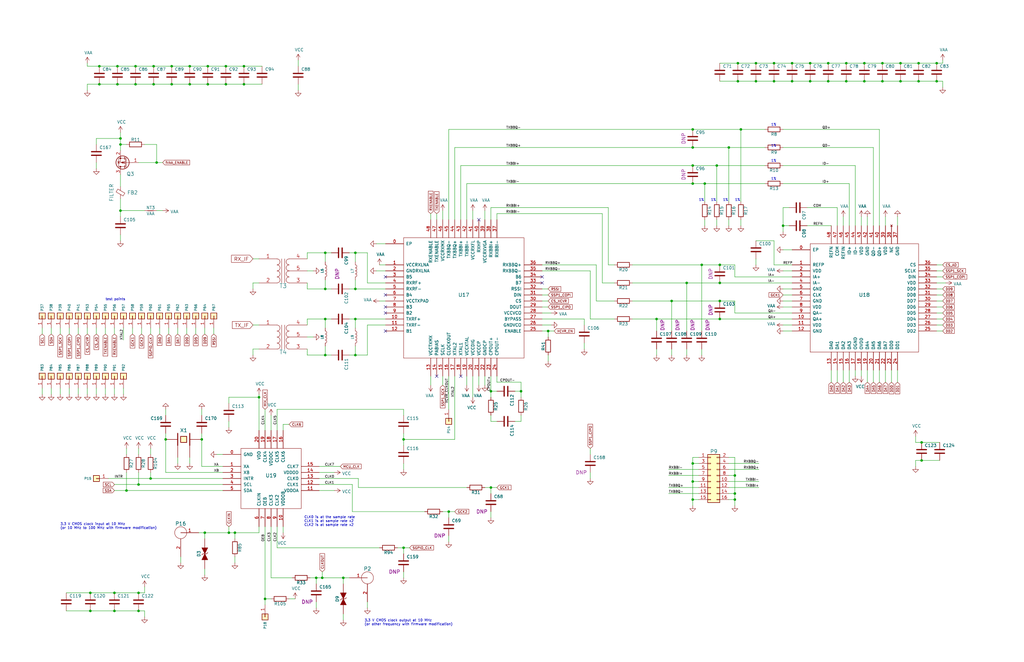
<source format=kicad_sch>
(kicad_sch (version 20211123) (generator eeschema)
  (paper "User" 431.8 279.4)
  (title_block (title "HackRF One") (date "2021-09-28") (rev "r9") (company "Copyright 2012-2020 Great Scott Gadgets") (comment 1 "Michael Ossmann") (comment 2 "Licensed under the CERN-OHL-P v2"))
  (junction (at 80.01 27.94))
  (junction (at 292.1 62.23))
  (junction (at 96.52 224.79))
  (junction (at 53.34 207.01))
  (junction (at 334.01 34.29))
  (junction (at 326.39 26.67))
  (junction (at 80.01 35.56))
  (junction (at 137.16 106.68))
  (junction (at 207.01 165.1))
  (junction (at 341.63 26.67))
  (junction (at 149.86 106.68))
  (junction (at 149.86 121.92))
  (junction (at 303.53 134.62))
  (junction (at 341.63 34.29))
  (junction (at 388.62 186.69))
  (junction (at 58.42 204.47))
  (junction (at 312.42 54.61))
  (junction (at 48.26 250.19))
  (junction (at 149.86 149.86))
  (junction (at 207.01 205.74))
  (junction (at 95.25 35.56))
  (junction (at 311.15 34.29))
  (junction (at 388.62 194.31))
  (junction (at 379.73 34.29))
  (junction (at 364.49 26.67))
  (junction (at 276.86 134.62))
  (junction (at 86.36 224.79))
  (junction (at 307.34 62.23))
  (junction (at 379.73 26.67))
  (junction (at 283.21 127))
  (junction (at 356.87 26.67))
  (junction (at 111.76 252.73))
  (junction (at 137.16 134.62))
  (junction (at 58.42 250.19))
  (junction (at 135.89 243.84))
  (junction (at 57.15 27.94))
  (junction (at 334.01 26.67))
  (junction (at 133.35 243.84))
  (junction (at 137.16 149.86))
  (junction (at 292.1 210.82))
  (junction (at 38.1 257.81))
  (junction (at 326.39 34.29))
  (junction (at 49.53 35.56))
  (junction (at 102.87 27.94))
  (junction (at 292.1 69.85))
  (junction (at 137.16 121.92))
  (junction (at 149.86 134.62))
  (junction (at 58.42 257.81))
  (junction (at 289.56 119.38))
  (junction (at 41.91 35.56))
  (junction (at 38.1 250.19))
  (junction (at 364.49 34.29))
  (junction (at 311.15 26.67))
  (junction (at 63.5 201.93))
  (junction (at 41.91 27.94))
  (junction (at 87.63 35.56))
  (junction (at 69.85 185.42))
  (junction (at 292.1 203.2))
  (junction (at 95.25 27.94))
  (junction (at 297.18 77.47))
  (junction (at 72.39 27.94))
  (junction (at 64.77 35.56))
  (junction (at 309.88 208.28))
  (junction (at 303.53 119.38))
  (junction (at 50.8 58.42))
  (junction (at 170.18 185.42))
  (junction (at 144.78 243.84))
  (junction (at 292.1 195.58))
  (junction (at 330.2 95.25))
  (junction (at 87.63 27.94))
  (junction (at 189.23 215.9))
  (junction (at 102.87 35.56))
  (junction (at 64.77 27.94))
  (junction (at 318.77 26.67))
  (junction (at 57.15 35.56))
  (junction (at 85.09 185.42))
  (junction (at 292.1 54.61))
  (junction (at 50.8 60.96))
  (junction (at 292.1 77.47))
  (junction (at 219.71 165.1))
  (junction (at 372.11 34.29))
  (junction (at 387.35 26.67))
  (junction (at 318.77 34.29))
  (junction (at 394.97 26.67))
  (junction (at 356.87 34.29))
  (junction (at 295.91 111.76))
  (junction (at 303.53 127))
  (junction (at 302.26 69.85))
  (junction (at 303.53 111.76))
  (junction (at 109.22 167.64))
  (junction (at 372.11 26.67))
  (junction (at 170.18 231.14))
  (junction (at 394.97 34.29))
  (junction (at 49.53 27.94))
  (junction (at 50.8 88.9))
  (junction (at 99.06 224.79))
  (junction (at 387.35 34.29))
  (junction (at 349.25 34.29))
  (junction (at 309.88 210.82))
  (junction (at 231.14 139.7))
  (junction (at 72.39 35.56))
  (junction (at 309.88 200.66))
  (junction (at 48.26 257.81))
  (junction (at 349.25 26.67))
  (junction (at 66.04 68.58))
  (no_connect (at 162.56 124.46))
  (no_connect (at 201.93 92.71))
  (no_connect (at 184.15 158.75))
  (no_connect (at 194.31 158.75))
  (no_connect (at 228.6 119.38))
  (no_connect (at 162.56 132.08))
  (no_connect (at 162.56 116.84))
  (no_connect (at 162.56 139.7))
  (no_connect (at 162.56 129.54))
  (no_connect (at 228.6 116.84))
  (wire (pts (xy 58.42 204.47) (xy 93.98 204.47)))
  (wire (pts (xy 326.39 26.67) (xy 334.01 26.67)))
  (wire (pts (xy 119.38 179.07) (xy 121.92 179.07)))
  (wire (pts (xy 302.26 69.85) (xy 302.26 85.09)))
  (wire (pts (xy 326.39 34.29) (xy 334.01 34.29)))
  (wire (pts (xy 318.77 111.76) (xy 318.77 109.22)))
  (wire (pts (xy 394.97 114.3) (xy 397.51 114.3)))
  (wire (pts (xy 21.59 163.83) (xy 21.59 166.37)))
  (wire (pts (xy 353.06 161.29) (xy 353.06 156.21)))
  (wire (pts (xy 254 119.38) (xy 259.08 119.38)))
  (wire (pts (xy 40.64 58.42) (xy 50.8 58.42)))
  (wire (pts (xy 72.39 35.56) (xy 80.01 35.56)))
  (wire (pts (xy 365.76 156.21) (xy 365.76 161.29)))
  (wire (pts (xy 134.62 204.47) (xy 148.59 204.47)))
  (wire (pts (xy 294.64 193.04) (xy 292.1 193.04)))
  (wire (pts (xy 294.64 210.82) (xy 292.1 210.82)))
  (wire (pts (xy 50.8 60.96) (xy 53.34 60.96)))
  (wire (pts (xy 63.5 199.39) (xy 63.5 201.93)))
  (wire (pts (xy 58.42 189.23) (xy 58.42 191.77)))
  (wire (pts (xy 48.26 204.47) (xy 58.42 204.47)))
  (wire (pts (xy 349.25 34.29) (xy 356.87 34.29)))
  (wire (pts (xy 326.39 111.76) (xy 326.39 101.6)))
  (wire (pts (xy 302.26 92.71) (xy 302.26 95.25)))
  (wire (pts (xy 326.39 101.6) (xy 318.77 101.6)))
  (wire (pts (xy 303.53 119.38) (xy 334.01 119.38)))
  (wire (pts (xy 394.97 134.62) (xy 397.51 134.62)))
  (wire (pts (xy 388.62 194.31) (xy 396.24 194.31)))
  (wire (pts (xy 330.2 105.41) (xy 334.01 105.41)))
  (wire (pts (xy 140.97 199.39) (xy 134.62 199.39)))
  (wire (pts (xy 86.36 227.33) (xy 86.36 224.79)))
  (wire (pts (xy 109.22 109.22) (xy 106.68 109.22)))
  (wire (pts (xy 52.07 163.83) (xy 52.07 166.37)))
  (wire (pts (xy 36.83 163.83) (xy 36.83 166.37)))
  (wire (pts (xy 266.7 119.38) (xy 289.56 119.38)))
  (wire (pts (xy 194.31 69.85) (xy 292.1 69.85)))
  (wire (pts (xy 40.64 71.12) (xy 40.64 68.58)))
  (wire (pts (xy 36.83 138.43) (xy 36.83 140.97)))
  (wire (pts (xy 38.1 257.81) (xy 48.26 257.81)))
  (wire (pts (xy 312.42 54.61) (xy 312.42 85.09)))
  (wire (pts (xy 373.38 156.21) (xy 373.38 161.29)))
  (wire (pts (xy 21.59 138.43) (xy 21.59 140.97)))
  (wire (pts (xy 302.26 69.85) (xy 322.58 69.85)))
  (wire (pts (xy 207.01 165.1) (xy 207.01 167.64)))
  (wire (pts (xy 41.91 27.94) (xy 49.53 27.94)))
  (wire (pts (xy 204.47 158.75) (xy 204.47 162.56)))
  (wire (pts (xy 292.1 210.82) (xy 292.1 213.36)))
  (wire (pts (xy 350.52 156.21) (xy 350.52 161.29)))
  (wire (pts (xy 289.56 119.38) (xy 289.56 139.7)))
  (wire (pts (xy 231.14 142.24) (xy 231.14 139.7)))
  (wire (pts (xy 74.93 138.43) (xy 74.93 140.97)))
  (wire (pts (xy 99.06 224.79) (xy 99.06 227.33)))
  (wire (pts (xy 219.71 177.8) (xy 219.71 175.26)))
  (wire (pts (xy 147.32 106.68) (xy 149.86 106.68)))
  (wire (pts (xy 80.01 27.94) (xy 87.63 27.94)))
  (wire (pts (xy 281.94 208.28) (xy 294.64 208.28)))
  (wire (pts (xy 207.01 218.44) (xy 207.01 215.9)))
  (wire (pts (xy 209.55 161.29) (xy 209.55 158.75)))
  (wire (pts (xy 394.97 116.84) (xy 397.51 116.84)))
  (wire (pts (xy 40.64 138.43) (xy 40.64 140.97)))
  (wire (pts (xy 297.18 77.47) (xy 322.58 77.47)))
  (wire (pts (xy 360.68 69.85) (xy 330.2 69.85)))
  (wire (pts (xy 379.73 34.29) (xy 387.35 34.29)))
  (wire (pts (xy 129.54 106.68) (xy 129.54 109.22)))
  (wire (pts (xy 129.54 149.86) (xy 137.16 149.86)))
  (wire (pts (xy 90.17 138.43) (xy 90.17 140.97)))
  (wire (pts (xy 318.77 34.29) (xy 326.39 34.29)))
  (wire (pts (xy 154.94 149.86) (xy 154.94 137.16)))
  (wire (pts (xy 330.2 129.54) (xy 334.01 129.54)))
  (wire (pts (xy 48.26 250.19) (xy 58.42 250.19)))
  (wire (pts (xy 50.8 83.82) (xy 50.8 88.9)))
  (wire (pts (xy 60.96 88.9) (xy 50.8 88.9)))
  (wire (pts (xy 135.89 241.3) (xy 135.89 243.84)))
  (wire (pts (xy 95.25 35.56) (xy 102.87 35.56)))
  (wire (pts (xy 76.2 234.95) (xy 76.2 237.49)))
  (wire (pts (xy 292.1 195.58) (xy 292.1 203.2)))
  (wire (pts (xy 96.52 170.18) (xy 96.52 167.64)))
  (wire (pts (xy 85.09 182.88) (xy 85.09 185.42)))
  (wire (pts (xy 320.04 198.12) (xy 307.34 198.12)))
  (wire (pts (xy 114.3 243.84) (xy 123.19 243.84)))
  (wire (pts (xy 266.7 127) (xy 283.21 127)))
  (wire (pts (xy 29.21 163.83) (xy 29.21 166.37)))
  (wire (pts (xy 40.64 163.83) (xy 40.64 166.37)))
  (wire (pts (xy 147.32 149.86) (xy 149.86 149.86)))
  (wire (pts (xy 207.01 158.75) (xy 207.01 165.1)))
  (wire (pts (xy 58.42 68.58) (xy 66.04 68.58)))
  (wire (pts (xy 370.84 95.25) (xy 370.84 54.61)))
  (wire (pts (xy 248.92 191.77) (xy 248.92 189.23)))
  (wire (pts (xy 320.04 205.74) (xy 307.34 205.74)))
  (wire (pts (xy 50.8 60.96) (xy 50.8 63.5)))
  (wire (pts (xy 386.08 196.85) (xy 386.08 194.31)))
  (wire (pts (xy 360.68 95.25) (xy 360.68 69.85)))
  (wire (pts (xy 109.22 167.64) (xy 109.22 181.61)))
  (wire (pts (xy 49.53 27.94) (xy 57.15 27.94)))
  (wire (pts (xy 246.38 134.62) (xy 246.38 137.16)))
  (wire (pts (xy 387.35 34.29) (xy 394.97 34.29)))
  (wire (pts (xy 379.73 26.67) (xy 387.35 26.67)))
  (wire (pts (xy 189.23 226.06) (xy 189.23 228.6)))
  (wire (pts (xy 334.01 111.76) (xy 326.39 111.76)))
  (wire (pts (xy 48.26 207.01) (xy 53.34 207.01)))
  (wire (pts (xy 33.02 163.83) (xy 33.02 166.37)))
  (wire (pts (xy 137.16 134.62) (xy 137.16 138.43)))
  (wire (pts (xy 48.26 257.81) (xy 58.42 257.81)))
  (wire (pts (xy 209.55 90.17) (xy 254 90.17)))
  (wire (pts (xy 289.56 119.38) (xy 303.53 119.38)))
  (wire (pts (xy 199.39 158.75) (xy 199.39 167.64)))
  (wire (pts (xy 248.92 114.3) (xy 248.92 134.62)))
  (wire (pts (xy 87.63 35.56) (xy 95.25 35.56)))
  (wire (pts (xy 137.16 106.68) (xy 139.7 106.68)))
  (wire (pts (xy 129.54 121.92) (xy 137.16 121.92)))
  (wire (pts (xy 58.42 199.39) (xy 58.42 204.47)))
  (wire (pts (xy 276.86 147.32) (xy 276.86 149.86)))
  (wire (pts (xy 194.31 92.71) (xy 194.31 69.85)))
  (wire (pts (xy 207.01 175.26) (xy 207.01 177.8)))
  (wire (pts (xy 256.54 111.76) (xy 259.08 111.76)))
  (wire (pts (xy 119.38 181.61) (xy 119.38 179.07)))
  (wire (pts (xy 311.15 26.67) (xy 318.77 26.67)))
  (wire (pts (xy 303.53 127) (xy 309.88 127)))
  (wire (pts (xy 36.83 35.56) (xy 36.83 38.1)))
  (wire (pts (xy 96.52 224.79) (xy 96.52 222.25)))
  (wire (pts (xy 209.55 90.17) (xy 209.55 92.71)))
  (wire (pts (xy 33.02 138.43) (xy 33.02 140.97)))
  (wire (pts (xy 309.88 111.76) (xy 309.88 116.84)))
  (wire (pts (xy 320.04 203.2) (xy 307.34 203.2)))
  (wire (pts (xy 248.92 201.93) (xy 248.92 199.39)))
  (wire (pts (xy 116.84 231.14) (xy 160.02 231.14)))
  (wire (pts (xy 320.04 195.58) (xy 307.34 195.58)))
  (wire (pts (xy 129.54 106.68) (xy 137.16 106.68)))
  (wire (pts (xy 207.01 87.63) (xy 207.01 92.71)))
  (wire (pts (xy 283.21 127) (xy 303.53 127)))
  (wire (pts (xy 109.22 224.79) (xy 109.22 222.25)))
  (wire (pts (xy 364.49 34.29) (xy 372.11 34.29)))
  (wire (pts (xy 294.64 195.58) (xy 292.1 195.58)))
  (wire (pts (xy 191.77 62.23) (xy 292.1 62.23)))
  (wire (pts (xy 63.5 140.97) (xy 63.5 138.43)))
  (wire (pts (xy 231.14 139.7) (xy 233.68 139.7)))
  (wire (pts (xy 85.09 196.85) (xy 93.98 196.85)))
  (wire (pts (xy 228.6 124.46) (xy 231.14 124.46)))
  (wire (pts (xy 228.6 129.54) (xy 231.14 129.54)))
  (wire (pts (xy 303.53 134.62) (xy 334.01 134.62)))
  (wire (pts (xy 170.18 175.26) (xy 170.18 172.72)))
  (wire (pts (xy 125.73 25.4) (xy 125.73 27.94)))
  (wire (pts (xy 137.16 146.05) (xy 137.16 149.86)))
  (wire (pts (xy 72.39 27.94) (xy 80.01 27.94)))
  (wire (pts (xy 330.2 124.46) (xy 334.01 124.46)))
  (wire (pts (xy 295.91 147.32) (xy 295.91 149.86)))
  (wire (pts (xy 363.22 158.75) (xy 363.22 156.21)))
  (wire (pts (xy 149.86 138.43) (xy 149.86 134.62)))
  (wire (pts (xy 394.97 129.54) (xy 397.51 129.54)))
  (wire (pts (xy 129.54 137.16) (xy 129.54 134.62)))
  (wire (pts (xy 149.86 121.92) (xy 162.56 121.92)))
  (wire (pts (xy 151.13 201.93) (xy 151.13 205.74)))
  (wire (pts (xy 132.08 114.3) (xy 129.54 114.3)))
  (wire (pts (xy 44.45 138.43) (xy 44.45 140.97)))
  (wire (pts (xy 60.96 257.81) (xy 60.96 260.35)))
  (wire (pts (xy 309.88 127) (xy 309.88 132.08)))
  (wire (pts (xy 281.94 200.66) (xy 294.64 200.66)))
  (wire (pts (xy 133.35 243.84) (xy 135.89 243.84)))
  (wire (pts (xy 36.83 27.94) (xy 41.91 27.94)))
  (wire (pts (xy 297.18 95.25) (xy 297.18 92.71)))
  (wire (pts (xy 373.38 91.44) (xy 373.38 95.25)))
  (wire (pts (xy 50.8 73.66) (xy 50.8 78.74)))
  (wire (pts (xy 58.42 250.19) (xy 60.96 250.19)))
  (wire (pts (xy 368.3 62.23) (xy 330.2 62.23)))
  (wire (pts (xy 231.14 152.4) (xy 231.14 149.86)))
  (wire (pts (xy 154.94 106.68) (xy 154.94 119.38)))
  (wire (pts (xy 181.61 162.56) (xy 181.61 158.75)))
  (wire (pts (xy 50.8 101.6) (xy 50.8 99.06)))
  (wire (pts (xy 228.6 114.3) (xy 248.92 114.3)))
  (wire (pts (xy 204.47 205.74) (xy 207.01 205.74)))
  (wire (pts (xy 199.39 88.9) (xy 199.39 92.71)))
  (wire (pts (xy 356.87 26.67) (xy 364.49 26.67)))
  (wire (pts (xy 109.22 166.37) (xy 109.22 167.64)))
  (wire (pts (xy 170.18 198.12) (xy 170.18 195.58)))
  (wire (pts (xy 137.16 149.86) (xy 139.7 149.86)))
  (wire (pts (xy 186.69 158.75) (xy 186.69 162.56)))
  (wire (pts (xy 386.08 194.31) (xy 388.62 194.31)))
  (wire (pts (xy 349.25 26.67) (xy 356.87 26.67)))
  (wire (pts (xy 394.97 139.7) (xy 397.51 139.7)))
  (wire (pts (xy 355.6 91.44) (xy 355.6 95.25)))
  (wire (pts (xy 232.41 132.08) (xy 228.6 132.08)))
  (wire (pts (xy 69.85 199.39) (xy 93.98 199.39)))
  (wire (pts (xy 134.62 201.93) (xy 151.13 201.93)))
  (wire (pts (xy 116.84 231.14) (xy 116.84 222.25)))
  (wire (pts (xy 186.69 215.9) (xy 189.23 215.9)))
  (wire (pts (xy 330.2 95.25) (xy 330.2 97.79)))
  (wire (pts (xy 283.21 139.7) (xy 283.21 127)))
  (wire (pts (xy 219.71 161.29) (xy 209.55 161.29)))
  (wire (pts (xy 149.86 146.05) (xy 149.86 149.86)))
  (wire (pts (xy 387.35 26.67) (xy 394.97 26.67)))
  (wire (pts (xy 309.88 132.08) (xy 334.01 132.08)))
  (wire (pts (xy 251.46 111.76) (xy 251.46 127)))
  (wire (pts (xy 289.56 147.32) (xy 289.56 149.86)))
  (wire (pts (xy 96.52 224.79) (xy 99.06 224.79)))
  (wire (pts (xy 246.38 147.32) (xy 246.38 144.78)))
  (wire (pts (xy 201.93 158.75) (xy 201.93 162.56)))
  (wire (pts (xy 102.87 27.94) (xy 110.49 27.94)))
  (wire (pts (xy 394.97 137.16) (xy 397.51 137.16)))
  (wire (pts (xy 307.34 92.71) (xy 307.34 95.25)))
  (wire (pts (xy 295.91 111.76) (xy 303.53 111.76)))
  (wire (pts (xy 74.93 195.58) (xy 74.93 193.04)))
  (wire (pts (xy 170.18 172.72) (xy 116.84 172.72)))
  (wire (pts (xy 63.5 189.23) (xy 63.5 191.77)))
  (wire (pts (xy 48.26 140.97) (xy 48.26 138.43)))
  (wire (pts (xy 191.77 158.75) (xy 191.77 185.42)))
  (wire (pts (xy 106.68 137.16) (xy 109.22 137.16)))
  (wire (pts (xy 303.53 26.67) (xy 311.15 26.67)))
  (wire (pts (xy 356.87 34.29) (xy 364.49 34.29)))
  (wire (pts (xy 307.34 208.28) (xy 309.88 208.28)))
  (wire (pts (xy 170.18 231.14) (xy 172.72 231.14)))
  (wire (pts (xy 50.8 88.9) (xy 50.8 91.44)))
  (wire (pts (xy 368.3 156.21) (xy 368.3 161.29)))
  (wire (pts (xy 160.02 127) (xy 162.56 127)))
  (wire (pts (xy 219.71 165.1) (xy 217.17 165.1)))
  (wire (pts (xy 196.85 77.47) (xy 292.1 77.47)))
  (wire (pts (xy 341.63 34.29) (xy 349.25 34.29)))
  (wire (pts (xy 309.88 208.28) (xy 309.88 210.82)))
  (wire (pts (xy 129.54 147.32) (xy 129.54 149.86)))
  (wire (pts (xy 189.23 215.9) (xy 189.23 218.44)))
  (wire (pts (xy 330.2 87.63) (xy 330.2 95.25)))
  (wire (pts (xy 125.73 35.56) (xy 125.73 38.1)))
  (wire (pts (xy 149.86 106.68) (xy 149.86 110.49)))
  (wire (pts (xy 196.85 92.71) (xy 196.85 77.47)))
  (wire (pts (xy 292.1 193.04) (xy 292.1 195.58)))
  (wire (pts (xy 181.61 90.17) (xy 181.61 92.71)))
  (wire (pts (xy 102.87 35.56) (xy 110.49 35.56)))
  (wire (pts (xy 283.21 147.32) (xy 283.21 149.86)))
  (wire (pts (xy 96.52 180.34) (xy 96.52 177.8)))
  (wire (pts (xy 170.18 182.88) (xy 170.18 185.42)))
  (wire (pts (xy 119.38 224.79) (xy 119.38 222.25)))
  (wire (pts (xy 99.06 234.95) (xy 99.06 237.49)))
  (wire (pts (xy 189.23 172.72) (xy 189.23 158.75)))
  (wire (pts (xy 71.12 140.97) (xy 71.12 138.43)))
  (wire (pts (xy 266.7 134.62) (xy 276.86 134.62)))
  (wire (pts (xy 394.97 132.08) (xy 397.51 132.08)))
  (wire (pts (xy 394.97 124.46) (xy 397.51 124.46)))
  (wire (pts (xy 254 90.17) (xy 254 119.38)))
  (wire (pts (xy 137.16 118.11) (xy 137.16 121.92)))
  (wire (pts (xy 378.46 156.21) (xy 378.46 161.29)))
  (wire (pts (xy 27.94 250.19) (xy 38.1 250.19)))
  (wire (pts (xy 358.14 77.47) (xy 358.14 95.25)))
  (wire (pts (xy 95.25 27.94) (xy 102.87 27.94)))
  (wire (pts (xy 69.85 185.42) (xy 69.85 199.39)))
  (wire (pts (xy 160.02 111.76) (xy 162.56 111.76)))
  (wire (pts (xy 353.06 87.63) (xy 340.36 87.63)))
  (wire (pts (xy 294.64 203.2) (xy 292.1 203.2)))
  (wire (pts (xy 191.77 92.71) (xy 191.77 62.23)))
  (wire (pts (xy 99.06 224.79) (xy 109.22 224.79)))
  (wire (pts (xy 111.76 172.72) (xy 111.76 181.61)))
  (wire (pts (xy 41.91 35.56) (xy 49.53 35.56)))
  (wire (pts (xy 378.46 91.44) (xy 378.46 95.25)))
  (wire (pts (xy 358.14 161.29) (xy 358.14 156.21)))
  (wire (pts (xy 309.88 200.66) (xy 309.88 208.28)))
  (wire (pts (xy 137.16 110.49) (xy 137.16 106.68)))
  (wire (pts (xy 209.55 165.1) (xy 207.01 165.1)))
  (wire (pts (xy 330.2 121.92) (xy 334.01 121.92)))
  (wire (pts (xy 158.75 102.87) (xy 162.56 102.87)))
  (wire (pts (xy 167.64 231.14) (xy 170.18 231.14)))
  (wire (pts (xy 394.97 26.67) (xy 397.51 26.67)))
  (wire (pts (xy 38.1 250.19) (xy 48.26 250.19)))
  (wire (pts (xy 149.86 149.86) (xy 154.94 149.86)))
  (wire (pts (xy 189.23 54.61) (xy 292.1 54.61)))
  (wire (pts (xy 217.17 177.8) (xy 219.71 177.8)))
  (wire (pts (xy 53.34 207.01) (xy 93.98 207.01)))
  (wire (pts (xy 388.62 186.69) (xy 396.24 186.69)))
  (wire (pts (xy 370.84 156.21) (xy 370.84 161.29)))
  (wire (pts (xy 332.74 87.63) (xy 330.2 87.63)))
  (wire (pts (xy 132.08 142.24) (xy 129.54 142.24)))
  (wire (pts (xy 154.94 137.16) (xy 162.56 137.16)))
  (wire (pts (xy 50.8 55.88) (xy 50.8 58.42)))
  (wire (pts (xy 58.42 257.81) (xy 60.96 257.81)))
  (wire (pts (xy 144.78 246.38) (xy 144.78 243.84)))
  (wire (pts (xy 147.32 121.92) (xy 149.86 121.92)))
  (wire (pts (xy 228.6 139.7) (xy 231.14 139.7)))
  (wire (pts (xy 303.53 111.76) (xy 309.88 111.76)))
  (wire (pts (xy 109.22 147.32) (xy 106.68 147.32)))
  (wire (pts (xy 397.51 34.29) (xy 397.51 36.83)))
  (wire (pts (xy 330.2 137.16) (xy 334.01 137.16)))
  (wire (pts (xy 307.34 62.23) (xy 322.58 62.23)))
  (wire (pts (xy 149.86 134.62) (xy 162.56 134.62)))
  (wire (pts (xy 66.04 60.96) (xy 66.04 68.58)))
  (wire (pts (xy 116.84 172.72) (xy 116.84 181.61)))
  (wire (pts (xy 311.15 34.29) (xy 318.77 34.29)))
  (wire (pts (xy 309.88 116.84) (xy 334.01 116.84)))
  (wire (pts (xy 386.08 186.69) (xy 388.62 186.69)))
  (wire (pts (xy 248.92 134.62) (xy 259.08 134.62)))
  (wire (pts (xy 114.3 222.25) (xy 114.3 243.84)))
  (wire (pts (xy 370.84 54.61) (xy 330.2 54.61)))
  (wire (pts (xy 17.78 163.83) (xy 17.78 166.37)))
  (wire (pts (xy 341.63 26.67) (xy 349.25 26.67)))
  (wire (pts (xy 154.94 119.38) (xy 162.56 119.38)))
  (wire (pts (xy 256.54 87.63) (xy 256.54 111.76)))
  (wire (pts (xy 45.72 201.93) (xy 63.5 201.93)))
  (wire (pts (xy 144.78 261.62) (xy 144.78 259.08)))
  (wire (pts (xy 397.51 26.67) (xy 397.51 25.4)))
  (wire (pts (xy 309.88 210.82) (xy 309.88 213.36)))
  (wire (pts (xy 186.69 88.9) (xy 186.69 92.71)))
  (wire (pts (xy 55.88 138.43) (xy 55.88 140.97)))
  (wire (pts (xy 149.86 118.11) (xy 149.86 121.92)))
  (wire (pts (xy 358.14 77.47) (xy 330.2 77.47)))
  (wire (pts (xy 281.94 205.74) (xy 294.64 205.74)))
  (wire (pts (xy 86.36 140.97) (xy 86.36 138.43)))
  (wire (pts (xy 276.86 134.62) (xy 276.86 139.7)))
  (wire (pts (xy 130.81 243.84) (xy 133.35 243.84)))
  (wire (pts (xy 147.32 134.62) (xy 149.86 134.62)))
  (wire (pts (xy 292.1 77.47) (xy 297.18 77.47)))
  (wire (pts (xy 207.01 205.74) (xy 209.55 205.74)))
  (wire (pts (xy 292.1 54.61) (xy 312.42 54.61)))
  (wire (pts (xy 121.92 252.73) (xy 124.46 252.73)))
  (wire (pts (xy 334.01 26.67) (xy 341.63 26.67)))
  (wire (pts (xy 340.36 95.25) (xy 350.52 95.25)))
  (wire (pts (xy 154.94 254) (xy 154.94 256.54)))
  (wire (pts (xy 332.74 95.25) (xy 330.2 95.25)))
  (wire (pts (xy 44.45 163.83) (xy 44.45 166.37)))
  (wire (pts (xy 292.1 62.23) (xy 307.34 62.23)))
  (wire (pts (xy 87.63 27.94) (xy 95.25 27.94)))
  (wire (pts (xy 303.53 34.29) (xy 311.15 34.29)))
  (wire (pts (xy 394.97 127) (xy 397.51 127)))
  (wire (pts (xy 59.69 138.43) (xy 59.69 140.97)))
  (wire (pts (xy 82.55 140.97) (xy 82.55 138.43)))
  (wire (pts (xy 372.11 34.29) (xy 379.73 34.29)))
  (wire (pts (xy 228.6 111.76) (xy 251.46 111.76)))
  (wire (pts (xy 207.01 177.8) (xy 209.55 177.8)))
  (wire (pts (xy 69.85 175.26) (xy 69.85 172.72)))
  (wire (pts (xy 360.68 158.75) (xy 360.68 156.21)))
  (wire (pts (xy 276.86 134.62) (xy 303.53 134.62)))
  (wire (pts (xy 219.71 161.29) (xy 219.71 165.1)))
  (wire (pts (xy 251.46 127) (xy 259.08 127)))
  (wire (pts (xy 228.6 134.62) (xy 246.38 134.62)))
  (wire (pts (xy 148.59 204.47) (xy 148.59 215.9)))
  (wire (pts (xy 297.18 77.47) (xy 297.18 85.09)))
  (wire (pts (xy 135.89 243.84) (xy 144.78 243.84)))
  (wire (pts (xy 53.34 189.23) (xy 53.34 191.77)))
  (wire (pts (xy 330.2 114.3) (xy 334.01 114.3)))
  (wire (pts (xy 184.15 92.71) (xy 184.15 90.17)))
  (wire (pts (xy 189.23 215.9) (xy 191.77 215.9)))
  (wire (pts (xy 85.09 185.42) (xy 85.09 196.85)))
  (wire (pts (xy 66.04 68.58) (xy 68.58 68.58)))
  (wire (pts (xy 330.2 127) (xy 334.01 127)))
  (wire (pts (xy 363.22 91.44) (xy 363.22 95.25)))
  (wire (pts (xy 27.94 257.81) (xy 38.1 257.81)))
  (wire (pts (xy 80.01 35.56) (xy 87.63 35.56)))
  (wire (pts (xy 204.47 88.9) (xy 204.47 92.71)))
  (wire (pts (xy 63.5 201.93) (xy 93.98 201.93)))
  (wire (pts (xy 330.2 139.7) (xy 334.01 139.7)))
  (wire (pts (xy 133.35 243.84) (xy 133.35 246.38)))
  (wire (pts (xy 148.59 215.9) (xy 179.07 215.9)))
  (wire (pts (xy 375.92 156.21) (xy 375.92 161.29)))
  (wire (pts (xy 129.54 134.62) (xy 137.16 134.62)))
  (wire (pts (xy 48.26 163.83) (xy 48.26 166.37)))
  (wire (pts (xy 364.49 26.67) (xy 372.11 26.67)))
  (wire (pts (xy 106.68 121.92) (xy 106.68 119.38)))
  (wire (pts (xy 96.52 167.64) (xy 109.22 167.64)))
  (wire (pts (xy 170.18 231.14) (xy 170.18 233.68)))
  (wire (pts (xy 17.78 138.43) (xy 17.78 140.97)))
  (wire (pts (xy 66.04 88.9) (xy 68.58 88.9)))
  (wire (pts (xy 158.75 114.3) (xy 162.56 114.3)))
  (wire (pts (xy 69.85 182.88) (xy 69.85 185.42)))
  (wire (pts (xy 398.78 119.38) (xy 394.97 119.38)))
  (wire (pts (xy 57.15 27.94) (xy 64.77 27.94)))
  (wire (pts (xy 67.31 138.43) (xy 67.31 140.97)))
  (wire (pts (xy 394.97 121.92) (xy 397.51 121.92)))
  (wire (pts (xy 372.11 26.67) (xy 379.73 26.67)))
  (wire (pts (xy 355.6 156.21) (xy 355.6 161.29)))
  (wire (pts (xy 196.85 158.75) (xy 196.85 162.56)))
  (wire (pts (xy 114.3 252.73) (xy 111.76 252.73)))
  (wire (pts (xy 86.36 242.57) (xy 86.36 240.03)))
  (wire (pts (xy 149.86 106.68) (xy 154.94 106.68)))
  (wire (pts (xy 129.54 119.38) (xy 129.54 121.92)))
  (wire (pts (xy 78.74 138.43) (xy 78.74 140.97)))
  (wire (pts (xy 29.21 138.43) (xy 29.21 140.97)))
  (wire (pts (xy 137.16 134.62) (xy 139.7 134.62)))
  (wire (pts (xy 64.77 27.94) (xy 72.39 27.94)))
  (wire (pts (xy 365.76 91.44) (xy 365.76 95.25)))
  (wire (pts (xy 170.18 185.42) (xy 170.18 187.96)))
  (wire (pts (xy 143.51 196.85) (xy 134.62 196.85)))
  (wire (pts (xy 57.15 35.56) (xy 64.77 35.56)))
  (wire (pts (xy 307.34 193.04) (xy 309.88 193.04)))
  (wire (pts (xy 25.4 163.83) (xy 25.4 166.37)))
  (wire (pts (xy 368.3 62.23) (xy 368.3 95.25)))
  (wire (pts (xy 64.77 35.56) (xy 72.39 35.56)))
  (wire (pts (xy 191.77 185.42) (xy 170.18 185.42)))
  (wire (pts (xy 151.13 205.74) (xy 196.85 205.74)))
  (wire (pts (xy 25.4 138.43) (xy 25.4 140.97)))
  (wire (pts (xy 40.64 60.96) (xy 40.64 58.42)))
  (wire (pts (xy 266.7 111.76) (xy 295.91 111.76)))
  (wire (pts (xy 49.53 35.56) (xy 57.15 35.56)))
  (wire (pts (xy 106.68 119.38) (xy 109.22 119.38)))
  (wire (pts (xy 394.97 34.29) (xy 397.51 34.29)))
  (wire (pts (xy 318.77 26.67) (xy 326.39 26.67)))
  (wire (pts (xy 386.08 184.15) (xy 386.08 186.69)))
  (wire (pts (xy 86.36 224.79) (xy 96.52 224.79)))
  (wire (pts (xy 50.8 58.42) (xy 50.8 60.96)))
  (wire (pts (xy 53.34 199.39) (xy 53.34 207.01)))
  (wire (pts (xy 228.6 121.92) (xy 231.14 121.92)))
  (wire (pts (xy 170.18 241.3) (xy 170.18 243.84)))
  (wire (pts (xy 281.94 198.12) (xy 294.64 198.12)))
  (wire (pts (xy 312.42 54.61) (xy 322.58 54.61)))
  (wire (pts (xy 114.3 175.26) (xy 114.3 181.61)))
  (wire (pts (xy 307.34 210.82) (xy 309.88 210.82)))
  (wire (pts (xy 52.07 138.43) (xy 52.07 143.51)))
  (wire (pts (xy 307.34 62.23) (xy 307.34 85.09)))
  (wire (pts (xy 85.09 172.72) (xy 85.09 175.26)))
  (wire (pts (xy 334.01 34.29) (xy 341.63 34.29)))
  (wire (pts (xy 394.97 111.76) (xy 397.51 111.76)))
  (wire (pts (xy 111.76 252.73) (xy 111.76 255.27)))
  (wire (pts (xy 189.23 54.61) (xy 189.23 92.71)))
  (wire (pts (xy 36.83 27.94) (xy 36.83 26.67)))
  (wire (pts (xy 140.97 207.01) (xy 134.62 207.01)))
  (wire (pts (xy 292.1 203.2) (xy 292.1 210.82)))
  (wire (pts (xy 295.91 139.7) (xy 295.91 111.76)))
  (wire (pts (xy 228.6 127) (xy 231.14 127)))
  (wire (pts (xy 133.35 254) (xy 133.35 256.54)))
  (wire (pts (xy 36.83 35.56) (xy 41.91 35.56)))
  (wire (pts (xy 219.71 165.1) (xy 219.71 167.64)))
  (wire (pts (xy 80.01 193.04) (xy 80.01 195.58)))
  (wire (pts (xy 137.16 121.92) (xy 139.7 121.92)))
  (wire (pts (xy 60.96 250.19) (xy 60.96 247.65)))
  (wire (pts (xy 144.78 243.84) (xy 147.32 243.84)))
  (wire (pts (xy 207.01 87.63) (xy 256.54 87.63)))
  (wire (pts (xy 91.44 191.77) (xy 93.98 191.77)))
  (wire (pts (xy 83.82 224.79) (xy 86.36 224.79)))
  (wire (pts (xy 207.01 205.74) (xy 207.01 208.28)))
  (wire (pts (xy 111.76 222.25) (xy 111.76 252.73)))
  (wire (pts (xy 292.1 69.85) (xy 302.26 69.85)))
  (wire (pts (xy 60.96 60.96) (xy 66.04 60.96)))
  (wire (pts (xy 307.34 200.66) (xy 309.88 200.66)))
  (wire (pts (xy 309.88 193.04) (xy 309.88 200.66)))
  (wire (pts (xy 232.41 137.16) (xy 228.6 137.16)))
  (wire (pts (xy 312.42 92.71) (xy 312.42 95.25)))
  (wire (pts (xy 106.68 147.32) (xy 106.68 149.86)))
  (wire (pts (xy 353.06 95.25) (xy 353.06 87.63)))
  (text "1%" (at 299.72 85.09 0) (effects (font (size 1.016 1.016)) (justify left bottom)))
  (text "1%" (at 325.12 62.23 0) (effects (font (size 1.016 1.016)) (justify left bottom)))
  (text "1%" (at 325.12 76.2 0) (effects (font (size 1.016 1.016)) (justify left bottom)))
  (text "1%" (at 294.64 85.09 0) (effects (font (size 1.016 1.016)) (justify left bottom)))
  (text "1%" (at 325.12 53.34 0) (effects (font (size 1.016 1.016)) (justify left bottom)))
  (text "3.3 V CMOS clock input at 10 MHz\n(or 10 MHz to 100 MHz with firmware modification)" (at 25.4 223.52 0) (effects (font (size 1.016 1.016)) (justify left bottom)))
  (text "1%" (at 309.88 85.09 0) (effects (font (size 1.016 1.016)) (justify left bottom)))
  (text "CLK0 is at the sample rate\nCLK1 is at sample rate x2\nCLK2 is at sample rate x2" (at 128.27 222.25 0) (effects (font (size 1.016 1.016)) (justify left bottom)))
  (text "1%" (at 304.8 85.09 0) (effects (font (size 1.016 1.016)) (justify left bottom)))
  (text "test points" (at 44.45 127 0) (effects (font (size 1.016 1.016)) (justify left bottom)))
  (text "1%" (at 325.12 68.58 0) (effects (font (size 1.016 1.016)) (justify left bottom)))
  (text "3.3 V CMOS clock output at 10 MHz\n(or other frequency with firmware modification)" (at 153.67 264.16 0) (effects (font (size 1.016 1.016)) (justify left bottom)))
  (label "QD-" (at 346.71 62.23 0) (effects (font (size 1.016 1.016))))
  (label "CPOUT-" (at 210.82 161.29 0) (effects (font (size 1.016 1.016))))
  (label "TXBBQ-" (at 281.94 208.28 0) (effects (font (size 1.016 1.016))))
  (label "CLK3" (at 114.3 228.6 90) (effects (font (size 1.016 1.016))))
  (label "CLK0" (at 140.97 201.93 180) (effects (font (size 1.016 1.016))))
  (label "QD+" (at 346.71 54.61 0) (effects (font (size 1.016 1.016))))
  (label "TXBBQ+" (at 281.94 205.74 0) (effects (font (size 1.016 1.016))))
  (label "TXBBI+" (at 320.04 205.74 180) (effects (font (size 1.016 1.016))))
  (label "COM" (at 342.9 87.63 0) (effects (font (size 1.016 1.016))))
  (label "OEB" (at 111.76 228.6 90) (effects (font (size 1.016 1.016))))
  (label "RXBBQ-" (at 229.87 114.3 0) (effects (font (size 1.016 1.016))))
  (label "CLK2" (at 116.84 228.6 90) (effects (font (size 1.016 1.016))))
  (label "CLK7" (at 140.97 196.85 180) (effects (font (size 1.016 1.016))))
  (label "XTAL2" (at 191.77 167.64 90) (effects (font (size 1.016 1.016))))
  (label "TXBBQ+" (at 213.36 62.23 0) (effects (font (size 1.016 1.016))))
  (label "ID-" (at 346.71 69.85 0) (effects (font (size 1.016 1.016))))
  (label "TXBBI-" (at 320.04 203.2 180) (effects (font (size 1.016 1.016))))
  (label "CPOUT+" (at 207.01 165.1 90) (effects (font (size 1.016 1.016))))
  (label "CLK5" (at 116.84 175.26 270) (effects (font (size 1.016 1.016))))
  (label "TXBBI-" (at 213.36 77.47 0) (effects (font (size 1.016 1.016))))
  (label "REFN" (at 342.9 95.25 0) (effects (font (size 1.016 1.016))))
  (label "XA" (at 90.17 196.85 0) (effects (font (size 1.016 1.016))))
  (label "IA-" (at 323.85 119.38 0) (effects (font (size 1.016 1.016))))
  (label "RXBBI+" (at 281.94 200.66 0) (effects (font (size 1.016 1.016))))
  (label "RXBBQ+" (at 229.87 111.76 0) (effects (font (size 1.016 1.016))))
  (label "XB" (at 90.17 199.39 0) (effects (font (size 1.016 1.016))))
  (label "CLK4" (at 111.76 175.26 270) (effects (font (size 1.016 1.016))))
  (label "QA+" (at 323.85 134.62 0) (effects (font (size 1.016 1.016))))
  (label "INTR" (at 48.26 201.93 0) (effects (font (size 1.016 1.016))))
  (label "CLK1" (at 140.97 204.47 180) (effects (font (size 1.016 1.016))))
  (label "RXBBI-" (at 281.94 198.12 0) (effects (font (size 1.016 1.016))))
  (label "REFP" (at 330.2 111.76 0) (effects (font (size 1.016 1.016))))
  (label "ID+" (at 346.71 77.47 0) (effects (font (size 1.016 1.016))))
  (label "XCVR_CLKOUT" (at 189.23 170.18 90) (effects (font (size 1.016 1.016))))
  (label "IA+" (at 323.85 116.84 0) (effects (font (size 1.016 1.016))))
  (label "RXBBI+" (at 213.36 87.63 0) (effects (font (size 1.016 1.016))))
  (label "RXBBQ-" (at 320.04 195.58 180) (effects (font (size 1.016 1.016))))
  (label "TXBBI+" (at 213.36 69.85 0) (effects (font (size 1.016 1.016))))
  (label "RXBBQ+" (at 320.04 198.12 180) (effects (font (size 1.016 1.016))))
  (label "QA-" (at 323.85 132.08 0) (effects (font (size 1.016 1.016))))
  (label "XTAL2" (at 52.07 143.51 90) (effects (font (size 1.016 1.016))))
  (label "RXBBI-" (at 213.36 90.17 0) (effects (font (size 1.016 1.016))))
  (label "TXBBQ-" (at 213.36 54.61 0) (effects (font (size 1.016 1.016))))
  (global_label "RX_IF" (shape input) (at 106.68 109.22 180) (effects (font (size 1.524 1.524))) (property "Intersheet References" "${INTERSHEET_REFS}" (effects hide)))
  (global_label "SSP1_SCK" (shape input) (at 186.69 162.56 270) (effects (font (size 1.016 1.016))) (property "Intersheet References" "${INTERSHEET_REFS}" (effects hide)))
  (global_label "RXENABLE" (shape input) (at 181.61 90.17 90) (effects (font (size 1.016 1.016))) (property "Intersheet References" "${INTERSHEET_REFS}" (effects hide)))
  (global_label "DA4" (shape input) (at 365.76 161.29 270) (effects (font (size 1.016 1.016))) (property "Intersheet References" "${INTERSHEET_REFS}" (effects hide)))
  (global_label "SSP1_CIPO" (shape input) (at 248.92 189.23 90) (effects (font (size 1.016 1.016))) (property "Intersheet References" "${INTERSHEET_REFS}" (effects hide)))
  (global_label "SGPIO_CLK" (shape input) (at 63.5 140.97 270) (effects (font (size 1.016 1.016))) (property "Intersheet References" "${INTERSHEET_REFS}" (effects hide)))
  (global_label "RSSI" (shape input) (at 231.14 121.92 0) (effects (font (size 1.016 1.016))) (property "Intersheet References" "${INTERSHEET_REFS}" (effects hide)))
  (global_label "GCK2" (shape input) (at 59.69 140.97 270) (effects (font (size 1.016 1.016))) (property "Intersheet References" "${INTERSHEET_REFS}" (effects hide)))
  (global_label "CS_XCVR" (shape input) (at 36.83 140.97 270) (effects (font (size 1.016 1.016))) (property "Intersheet References" "${INTERSHEET_REFS}" (effects hide)))
  (global_label "DD3" (shape input) (at 397.51 137.16 0) (effects (font (size 1.016 1.016))) (property "Intersheet References" "${INTERSHEET_REFS}" (effects hide)))
  (global_label "DA6" (shape input) (at 370.84 161.29 270) (effects (font (size 1.016 1.016))) (property "Intersheet References" "${INTERSHEET_REFS}" (effects hide)))
  (global_label "TXENABLE" (shape input) (at 44.45 140.97 270) (effects (font (size 1.016 1.016))) (property "Intersheet References" "${INTERSHEET_REFS}" (effects hide)))
  (global_label "DD5" (shape input) (at 397.51 132.08 0) (effects (font (size 1.016 1.016))) (property "Intersheet References" "${INTERSHEET_REFS}" (effects hide)))
  (global_label "SCL" (shape input) (at 48.26 204.47 180) (effects (font (size 1.016 1.016))) (property "Intersheet References" "${INTERSHEET_REFS}" (effects hide)))
  (global_label "XCVR_EN" (shape input) (at 233.68 139.7 0) (effects (font (size 1.016 1.016))) (property "Intersheet References" "${INTERSHEET_REFS}" (effects hide)))
  (global_label "MIX_CLK" (shape input) (at 111.76 172.72 90) (effects (font (size 1.016 1.016))) (property "Intersheet References" "${INTERSHEET_REFS}" (effects hide)))
  (global_label "DD8" (shape input) (at 397.51 124.46 0) (effects (font (size 1.016 1.016))) (property "Intersheet References" "${INTERSHEET_REFS}" (effects hide)))
  (global_label "SSP1_COPI" (shape input) (at 397.51 116.84 0) (effects (font (size 1.016 1.016))) (property "Intersheet References" "${INTERSHEET_REFS}" (effects hide)))
  (global_label "SDA" (shape input) (at 48.26 207.01 180) (effects (font (size 1.016 1.016))) (property "Intersheet References" "${INTERSHEET_REFS}" (effects hide)))
  (global_label "DD5" (shape input) (at 82.55 140.97 270) (effects (font (size 1.016 1.016))) (property "Intersheet References" "${INTERSHEET_REFS}" (effects hide)))
  (global_label "DD1" (shape input) (at 378.46 161.29 270) (effects (font (size 1.016 1.016))) (property "Intersheet References" "${INTERSHEET_REFS}" (effects hide)))
  (global_label "DA2" (shape input) (at 355.6 161.29 270) (effects (font (size 1.016 1.016))) (property "Intersheet References" "${INTERSHEET_REFS}" (effects hide)))
  (global_label "DD7" (shape input) (at 397.51 127 0) (effects (font (size 1.016 1.016))) (property "Intersheet References" "${INTERSHEET_REFS}" (effects hide)))
  (global_label "SSP1_SCK" (shape input) (at 397.51 114.3 0) (effects (font (size 1.016 1.016))) (property "Intersheet References" "${INTERSHEET_REFS}" (effects hide)))
  (global_label "DD9" (shape input) (at 86.36 140.97 270) (effects (font (size 1.016 1.016))) (property "Intersheet References" "${INTERSHEET_REFS}" (effects hide)))
  (global_label "DA0" (shape input) (at 67.31 140.97 270) (effects (font (size 1.016 1.016))) (property "Intersheet References" "${INTERSHEET_REFS}" (effects hide)))
  (global_label "SSP1_COPI" (shape input) (at 29.21 140.97 270) (effects (font (size 1.016 1.016))) (property "Intersheet References" "${INTERSHEET_REFS}" (effects hide)))
  (global_label "GCK1" (shape input) (at 330.2 124.46 180) (effects (font (size 1.016 1.016))) (property "Intersheet References" "${INTERSHEET_REFS}" (effects hide)))
  (global_label "DA5" (shape input) (at 368.3 161.29 270) (effects (font (size 1.016 1.016))) (property "Intersheet References" "${INTERSHEET_REFS}" (effects hide)))
  (global_label "SDA" (shape input) (at 21.59 140.97 270) (effects (font (size 1.016 1.016))) (property "Intersheet References" "${INTERSHEET_REFS}" (effects hide)))
  (global_label "RSSI" (shape input) (at 90.17 140.97 270) (effects (font (size 1.016 1.016))) (property "Intersheet References" "${INTERSHEET_REFS}" (effects hide)))
  (global_label "TX_IF" (shape input) (at 106.68 137.16 180) (effects (font (size 1.524 1.524))) (property "Intersheet References" "${INTERSHEET_REFS}" (effects hide)))
  (global_label "DD9" (shape input) (at 397.51 121.92 0) (effects (font (size 1.016 1.016))) (property "Intersheet References" "${INTERSHEET_REFS}" (effects hide)))
  (global_label "CLK6" (shape input) (at 121.92 179.07 0) (effects (font (size 1.016 1.016))) (property "Intersheet References" "${INTERSHEET_REFS}" (effects hide)))
  (global_label "SGPIO_CLK" (shape input) (at 172.72 231.14 0) (effects (font (size 1.016 1.016))) (property "Intersheet References" "${INTERSHEET_REFS}" (effects hide)))
  (global_label "!VAA_ENABLE" (shape input) (at 68.58 68.58 0) (effects (font (size 1.016 1.016))) (property "Intersheet References" "${INTERSHEET_REFS}" (effects hide)))
  (global_label "RXENABLE" (shape input) (at 48.26 140.97 270) (effects (font (size 1.016 1.016))) (property "Intersheet References" "${INTERSHEET_REFS}" (effects hide)))
  (global_label "CLKOUT" (shape input) (at 135.89 241.3 90) (effects (font (size 1.016 1.016))) (property "Intersheet References" "${INTERSHEET_REFS}" (effects hide)))
  (global_label "SSP1_CIPO" (shape input) (at 231.14 129.54 0) (effects (font (size 1.016 1.016))) (property "Intersheet References" "${INTERSHEET_REFS}" (effects hide)))
  (global_label "SSP1_CIPO" (shape input) (at 33.02 140.97 270) (effects (font (size 1.016 1.016))) (property "Intersheet References" "${INTERSHEET_REFS}" (effects hide)))
  (global_label "DD6" (shape input) (at 397.51 129.54 0) (effects (font (size 1.016 1.016))) (property "Intersheet References" "${INTERSHEET_REFS}" (effects hide)))
  (global_label "DD4" (shape input) (at 397.51 134.62 0) (effects (font (size 1.016 1.016))) (property "Intersheet References" "${INTERSHEET_REFS}" (effects hide)))
  (global_label "CS_XCVR" (shape input) (at 231.14 127 0) (effects (font (size 1.016 1.016))) (property "Intersheet References" "${INTERSHEET_REFS}" (effects hide)))
  (global_label "CLKIN" (shape input) (at 96.52 222.25 90) (effects (font (size 1.016 1.016))) (property "Intersheet References" "${INTERSHEET_REFS}" (effects hide)))
  (global_label "SSP1_COPI" (shape input) (at 231.14 124.46 0) (effects (font (size 1.016 1.016))) (property "Intersheet References" "${INTERSHEET_REFS}" (effects hide)))
  (global_label "DA4" (shape input) (at 71.12 140.97 270) (effects (font (size 1.016 1.016))) (property "Intersheet References" "${INTERSHEET_REFS}" (effects hide)))
  (global_label "DA7" (shape input) (at 74.93 140.97 270) (effects (font (size 1.016 1.016))) (property "Intersheet References" "${INTERSHEET_REFS}" (effects hide)))
  (global_label "DD2" (shape input) (at 397.51 139.7 0) (effects (font (size 1.016 1.016))) (property "Intersheet References" "${INTERSHEET_REFS}" (effects hide)))
  (global_label "TXENABLE" (shape input) (at 184.15 90.17 90) (effects (font (size 1.016 1.016))) (property "Intersheet References" "${INTERSHEET_REFS}" (effects hide)))
  (global_label "DD0" (shape input) (at 78.74 140.97 270) (effects (font (size 1.016 1.016))) (property "Intersheet References" "${INTERSHEET_REFS}" (effects hide)))
  (global_label "DA1" (shape input) (at 353.06 161.29 270) (effects (font (size 1.016 1.016))) (property "Intersheet References" "${INTERSHEET_REFS}" (effects hide)))
  (global_label "DA3" (shape input) (at 358.14 161.29 270) (effects (font (size 1.016 1.016))) (property "Intersheet References" "${INTERSHEET_REFS}" (effects hide)))
  (global_label "MCU_CLK" (shape input) (at 143.51 196.85 0) (effects (font (size 1.016 1.016))) (property "Intersheet References" "${INTERSHEET_REFS}" (effects hide)))
  (global_label "DA0" (shape input) (at 350.52 161.29 270) (effects (font (size 1.016 1.016))) (property "Intersheet References" "${INTERSHEET_REFS}" (effects hide)))
  (global_label "DA7" (shape input) (at 373.38 161.29 270) (effects (font (size 1.016 1.016))) (property "Intersheet References" "${INTERSHEET_REFS}" (effects hide)))
  (global_label "SSP1_SCK" (shape input) (at 25.4 140.97 270) (effects (font (size 1.016 1.016))) (property "Intersheet References" "${INTERSHEET_REFS}" (effects hide)))
  (global_label "CS_AD" (shape input) (at 40.64 140.97 270) (effects (font (size 1.016 1.016))) (property "Intersheet References" "${INTERSHEET_REFS}" (effects hide)))
  (global_label "GCK1" (shape input) (at 209.55 205.74 0) (effects (font (size 1.016 1.016))) (property "Intersheet References" "${INTERSHEET_REFS}" (effects hide)))
  (global_label "CS_AD" (shape input) (at 397.51 111.76 0) (effects (font (size 1.016 1.016))) (property "Intersheet References" "${INTERSHEET_REFS}" (effects hide)))
  (global_label "GCK1" (shape input) (at 55.88 140.97 270) (effects (font (size 1.016 1.016))) (property "Intersheet References" "${INTERSHEET_REFS}" (effects hide)))
  (global_label "DD0" (shape input) (at 375.92 161.29 270) (effects (font (size 1.016 1.016))) (property "Intersheet References" "${INTERSHEET_REFS}" (effects hide)))
  (global_label "GCK2" (shape input) (at 191.77 215.9 0) (effects (font (size 1.016 1.016))) (property "Intersheet References" "${INTERSHEET_REFS}" (effects hide)))
  (global_label "SCL" (shape input) (at 17.78 140.97 270) (effects (font (size 1.016 1.016))) (property "Intersheet References" "${INTERSHEET_REFS}" (effects hide)))
  (symbol (lib_id "hackrf:MAX2837") (at 195.58 125.73 0) (unit 1)
    (property "Reference" "U17" (at 195.58 124.46 0) (effects (font (size 1.524 1.524))))
    (property "Manufacturer" "Maxim" (effects hide))
    (property "Part Number" "MAX2837ETM+" (effects hide))
    (property "Description" "IC TXRX 2.3GHZ-2.7GHZ 48TQFN" (effects hide))
  )
  (symbol (lib_id "hackrf:MAX5864") (at 364.49 125.73 0) (unit 1)
    (property "Reference" "U18" (at 364.49 124.46 0) (effects (font (size 1.524 1.524))))
    (property "Manufacturer" "Maxim" (effects hide))
    (property "Part Number" "MAX5864ETM+" (effects hide))
    (property "Description" "IC ANLG FRONT END 22MSPS 48-TQFN" (effects hide))
  )
  (symbol (lib_id "power:GND") (at 158.75 102.87 270) (unit 1)
    (property "Reference" "#PWR0161" (effects hide))
  )
  (symbol (lib_id "power:GND") (at 158.75 114.3 270) (unit 1)
    (property "Reference" "#PWR0160" (effects hide))
  )
  (symbol (lib_id "Device:C") (at 41.91 31.75 0) (unit 1)
    (property "Reference" "C84" (at 43.18 29.21 0) (effects (justify left)))
    (property "Manufacturer" "Murata" (effects hide))
    (property "Part Number" "GRM1555C1H220JA01D" (effects hide))
    (property "Description" "CAP CER 22PF 50V 5% NP0 0402" (effects hide))
  )
  (symbol (lib_id "Device:L") (at 149.86 114.3 0) (unit 1)
    (property "Reference" "L7" (at 148.59 114.3 90) (effects (font (size 1.016 1.016))))
    (property "Manufacturer" "Taiyo Yuden" (effects hide))
    (property "Part Number" "HK10056N2S-T" (effects hide))
    (property "Description" "INDUCTOR HIFREQ 6.2+/-0.3NH 0402" (effects hide))
  )
  (symbol (lib_id "power:GND") (at 106.68 121.92 0) (unit 1)
    (property "Reference" "#PWR0159" (effects hide))
  )
  (symbol (lib_id "power:GND") (at 106.68 149.86 0) (unit 1)
    (property "Reference" "#PWR0158" (effects hide))
  )
  (symbol (lib_id "power:GND") (at 36.83 38.1 0) (unit 1)
    (property "Reference" "#PWR0157" (effects hide))
  )
  (symbol (lib_id "power:GND") (at 204.47 162.56 0) (unit 1)
    (property "Reference" "#PWR0156" (effects hide))
  )
  (symbol (lib_id "Device:C") (at 213.36 177.8 270) (unit 1)
    (property "Reference" "C114" (at 215.9 179.07 0) (effects (justify left)))
    (property "Manufacturer" "Murata" (effects hide))
    (property "Part Number" "GRM155R71H332KA01D" (effects hide))
    (property "Description" "CAP CER 3300PF 50V 10% X7R 0402" (effects hide))
  )
  (symbol (lib_id "Device:R") (at 207.01 171.45 0) (unit 1)
    (property "Reference" "R25" (at 209.042 171.45 90))
    (property "Manufacturer" "Stackpole" (effects hide))
    (property "Part Number" "RMCF0402JT470R" (effects hide))
    (property "Description" "RES TF 1/16W 470 OHM 5% 0402" (effects hide))
  )
  (symbol (lib_id "Device:R") (at 219.71 171.45 0) (unit 1)
    (property "Reference" "R26" (at 221.742 171.45 90))
    (property "Manufacturer" "Stackpole" (effects hide))
    (property "Part Number" "RMCF0402JT470R" (effects hide))
    (property "Description" "RES TF 1/16W 470 OHM 5% 0402" (effects hide))
  )
  (symbol (lib_id "Device:C") (at 246.38 140.97 0) (unit 1)
    (property "Reference" "C106" (at 247.65 138.43 0) (effects (justify left)))
    (property "Manufacturer" "Taiyo Yuden" (effects hide))
    (property "Part Number" "LMK105BJ105KV-F" (effects hide))
    (property "Description" "CAP CER 1UF 10V 10% X5R 0402" (effects hide))
  )
  (symbol (lib_id "power:GND") (at 232.41 137.16 90) (unit 1)
    (property "Reference" "#PWR0155" (effects hide))
  )
  (symbol (lib_id "power:GND") (at 246.38 147.32 0) (unit 1)
    (property "Reference" "#PWR0154" (effects hide))
  )
  (symbol (lib_id "Device:R") (at 326.39 54.61 270) (unit 1)
    (property "Reference" "R8" (at 326.39 56.642 90))
    (property "Manufacturer" "Stackpole" (effects hide))
    (property "Part Number" "RMCF0402FT1K00" (effects hide))
    (property "Description" "RES 1K OHM 1/16W 1% 0402" (effects hide))
  )
  (symbol (lib_id "power:GND") (at 297.18 95.25 0) (unit 1)
    (property "Reference" "#PWR0153" (effects hide))
  )
  (symbol (lib_id "power:GND") (at 302.26 95.25 0) (unit 1)
    (property "Reference" "#PWR0152" (effects hide))
  )
  (symbol (lib_id "power:GND") (at 307.34 95.25 0) (unit 1)
    (property "Reference" "#PWR0151" (effects hide))
  )
  (symbol (lib_id "power:GND") (at 312.42 95.25 0) (unit 1)
    (property "Reference" "#PWR0150" (effects hide))
  )
  (symbol (lib_id "Device:C") (at 318.77 105.41 0) (unit 1)
    (property "Reference" "C100" (at 320.04 102.87 0) (effects (justify left)))
    (property "Manufacturer" "Murata" (effects hide))
    (property "Part Number" "GRM155R61A334KE15D" (effects hide))
    (property "Description" "CAP CER 0.33UF 10V 10% X5R 0402" (effects hide))
  )
  (symbol (lib_id "Device:C") (at 336.55 87.63 270) (unit 1)
    (property "Reference" "C97" (at 339.09 88.9 0) (effects (justify left)))
    (property "Manufacturer" "Murata" (effects hide))
    (property "Part Number" "GRM155R61A334KE15D" (effects hide))
    (property "Description" "CAP CER 0.33UF 10V 10% X5R 0402" (effects hide))
  )
  (symbol (lib_id "power:GND") (at 330.2 97.79 0) (unit 1)
    (property "Reference" "#PWR0149" (effects hide))
  )
  (symbol (lib_id "power:GND") (at 330.2 105.41 270) (unit 1)
    (property "Reference" "#PWR0148" (effects hide))
  )
  (symbol (lib_id "power:GND") (at 318.77 111.76 0) (unit 1)
    (property "Reference" "#PWR0147" (effects hide))
  )
  (symbol (lib_id "Device:C") (at 311.15 30.48 0) (unit 1)
    (property "Reference" "C72" (at 312.42 27.94 0) (effects (justify left)))
    (property "Manufacturer" "Taiyo Yuden" (effects hide))
    (property "Part Number" "LMK105BJ225MV-F" (effects hide))
    (property "Description" "CAP CER 2.2UF 10V 20% X5R 0402" (effects hide))
  )
  (symbol (lib_id "power:GND") (at 397.51 36.83 0) (unit 1)
    (property "Reference" "#PWR0146" (effects hide))
  )
  (symbol (lib_id "power:GND") (at 330.2 121.92 270) (unit 1)
    (property "Reference" "#PWR0145" (effects hide))
  )
  (symbol (lib_id "power:GND") (at 330.2 127 270) (unit 1)
    (property "Reference" "#PWR0144" (effects hide))
  )
  (symbol (lib_id "power:GND") (at 330.2 139.7 270) (unit 1)
    (property "Reference" "#PWR0143" (effects hide))
  )
  (symbol (lib_id "power:GND") (at 360.68 158.75 0) (unit 1)
    (property "Reference" "#PWR0142" (effects hide))
  )
  (symbol (lib_id "power:GND") (at 378.46 91.44 180) (unit 1)
    (property "Reference" "#PWR0141" (effects hide))
  )
  (symbol (lib_id "power:GND") (at 365.76 91.44 180) (unit 1)
    (property "Reference" "#PWR0140" (effects hide))
  )
  (symbol (lib_id "Device:C") (at 336.55 95.25 270) (unit 1)
    (property "Reference" "C98" (at 339.09 96.52 0) (effects (justify left)))
    (property "Manufacturer" "Murata" (effects hide))
    (property "Part Number" "GRM155R61A334KE15D" (effects hide))
    (property "Description" "CAP CER 0.33UF 10V 10% X5R 0402" (effects hide))
  )
  (symbol (lib_id "Device:C") (at 143.51 149.86 270) (unit 1)
    (property "Reference" "C111" (at 146.05 151.13 0) (effects (justify left)))
    (property "Manufacturer" "Murata" (effects hide))
    (property "Part Number" "GRM1555C1H3R0CA01D" (effects hide))
    (property "Description" "CAP CER 3PF 50V NP0 0402" (effects hide))
  )
  (symbol (lib_id "Device:C") (at 143.51 134.62 270) (unit 1)
    (property "Reference" "C104" (at 146.05 135.89 0) (effects (justify left)))
    (property "Manufacturer" "Murata" (effects hide))
    (property "Part Number" "GRM1555C1H3R0CA01D" (effects hide))
    (property "Description" "CAP CER 3PF 50V NP0 0402" (effects hide))
  )
  (symbol (lib_id "hackrf:BALUN") (at 119.38 114.3 180) (unit 1)
    (property "Reference" "T3" (at 119.38 120.65 0) (effects (font (size 1.778 1.778))))
    (property "Manufacturer" "Johanson Technology" (effects hide))
    (property "Part Number" "2500BL14M100T" (effects hide))
    (property "Description" "BALUN CERAMIC CHIP WIMAX 2.5GHZ" (effects hide))
    (property "Note:" "Alternative part: Murata LDB182G4510G-120" (effects hide))
  )
  (symbol (lib_id "power:GND") (at 132.08 114.3 90) (unit 1)
    (property "Reference" "#PWR0139" (effects hide))
  )
  (symbol (lib_id "power:GND") (at 132.08 142.24 90) (unit 1)
    (property "Reference" "#PWR0138" (effects hide))
  )
  (symbol (lib_id "hackrf:BALUN") (at 119.38 142.24 180) (unit 1)
    (property "Reference" "T4" (at 119.38 148.59 0) (effects (font (size 1.778 1.778))))
    (property "Manufacturer" "Johanson Technology" (effects hide))
    (property "Part Number" "2500BL14M100T" (effects hide))
    (property "Description" "BALUN CERAMIC CHIP WIMAX 2.5GHZ" (effects hide))
    (property "Note" "Alternative part: Murata LDB182G4510G-120" (effects hide))
  )
  (symbol (lib_id "power:GND") (at 170.18 198.12 0) (unit 1)
    (property "Reference" "#PWR0137" (effects hide))
  )
  (symbol (lib_id "power:GND") (at 276.86 149.86 0) (unit 1)
    (property "Reference" "#PWR0136" (effects hide))
  )
  (symbol (lib_id "power:GND") (at 283.21 149.86 0) (unit 1)
    (property "Reference" "#PWR0135" (effects hide))
  )
  (symbol (lib_id "power:GND") (at 289.56 149.86 0) (unit 1)
    (property "Reference" "#PWR0134" (effects hide))
  )
  (symbol (lib_id "power:GND") (at 295.91 149.86 0) (unit 1)
    (property "Reference" "#PWR0133" (effects hide))
  )
  (symbol (lib_id "hackrf:SI5351C") (at 114.3 201.93 0) (unit 1)
    (property "Reference" "U19" (at 114.3 200.66 0) (effects (font (size 1.524 1.524))))
    (property "Manufacturer" "Silicon Laboratories Inc" (effects hide))
    (property "Part Number" "SI5351C-B-GM" (effects hide))
    (property "Description" "IC CLK GENERATOR 160MHZ 20QFN" (effects hide))
  )
  (symbol (lib_id "Device:R") (at 53.34 195.58 0) (unit 1)
    (property "Reference" "R27" (at 55.372 195.58 90))
    (property "Manufacturer" "Stackpole" (effects hide))
    (property "Part Number" "RMCF0402JT1K80" (effects hide))
    (property "Description" "RES TF 1.8K OHM 5% 1/16W 0402" (effects hide))
  )
  (symbol (lib_id "power:GND") (at 91.44 191.77 270) (unit 1)
    (property "Reference" "#PWR0129" (effects hide))
  )
  (symbol (lib_id "hackrf:GSG-XTAL4PIN") (at 77.47 185.42 0) (unit 1)
    (property "Reference" "X1" (at 77.47 181.61 0) (effects (font (size 1.524 1.524))))
    (property "Manufacturer" "Abracon" (effects hide))
    (property "Part Number" "ABM8-25.000MHZ-10-D1G-T" (effects hide))
    (property "Description" "CRYSTAL 25.0000MHZ 10PF SMD" (effects hide))
  )
  (symbol (lib_id "power:GND") (at 80.01 195.58 0) (unit 1)
    (property "Reference" "#PWR0128" (effects hide))
  )
  (symbol (lib_id "power:GND") (at 74.93 195.58 0) (unit 1)
    (property "Reference" "#PWR0127" (effects hide))
  )
  (symbol (lib_id "hackrf:GSG-RF-CONN") (at 76.2 224.79 0) (unit 1)
    (property "Reference" "P16" (at 76.2 220.98 0) (effects (font (size 1.524 1.524))))
    (property "Manufacturer" "Molex" (effects hide))
    (property "Part Number" "73251-2121" (effects hide))
    (property "Description" "CONN SMA JACK 50 OHM EDGE MNT W/JAM NUT & LOCK WASHER" (effects hide))
  )
  (symbol (lib_id "power:GND") (at 76.2 237.49 0) (unit 1)
    (property "Reference" "#PWR0126" (effects hide))
  )
  (symbol (lib_id "Device:R") (at 262.89 111.76 270) (unit 1)
    (property "Reference" "R20" (at 262.89 113.792 90))
    (property "Manufacturer" "Stackpole" (effects hide))
    (property "Part Number" "RMCF0402ZT0R00" (effects hide))
    (property "Description" "RES 0.0 OHM 1/16W 0402 SMD" (effects hide))
  )
  (symbol (lib_id "Device:L") (at 137.16 114.3 0) (unit 1)
    (property "Reference" "L6" (at 135.89 114.3 90) (effects (font (size 1.016 1.016))))
    (property "Note" "DNP" (at 142.24 115.57 90) (effects (font (size 1.524 1.524))))
  )
  (symbol (lib_id "Device:L") (at 149.86 142.24 0) (unit 1)
    (property "Reference" "L9" (at 148.59 142.24 90) (effects (font (size 1.016 1.016))))
    (property "Note" "DNP" (effects hide))
  )
  (symbol (lib_id "Device:L") (at 137.16 142.24 0) (unit 1)
    (property "Reference" "L8" (at 135.89 142.24 90) (effects (font (size 1.016 1.016))))
    (property "Note" "DNP" (effects hide))
  )
  (symbol (lib_id "power:GND") (at 231.14 152.4 0) (unit 1)
    (property "Reference" "#PWR0124" (effects hide))
  )
  (symbol (lib_id "power:GND") (at 96.52 180.34 0) (unit 1)
    (property "Reference" "#PWR0122" (effects hide))
  )
  (symbol (lib_id "Connector_Generic:Conn_01x01") (at 189.23 177.8 270) (unit 1)
    (property "Reference" "P14" (at 189.23 179.832 0) (effects (font (size 1.016 1.016)) (justify left)))
    (property "Note" "DNP" (effects hide))
  )
  (symbol (lib_id "Connector_Generic:Conn_01x01") (at 111.76 260.35 270) (unit 1)
    (property "Reference" "P18" (at 111.76 262.382 0) (effects (font (size 1.016 1.016)) (justify left)))
    (property "Note" "DNP" (effects hide))
  )
  (symbol (lib_id "Connector_Generic:Conn_01x01") (at 40.64 201.93 180) (unit 1)
    (property "Reference" "P15" (at 38.608 201.93 0) (effects (font (size 1.016 1.016)) (justify left)))
    (property "Note" "DNP" (effects hide))
  )
  (symbol (lib_id "power:GND") (at 60.96 260.35 0) (unit 1)
    (property "Reference" "#PWR0121" (effects hide))
  )
  (symbol (lib_id "power:GND") (at 386.08 196.85 0) (unit 1)
    (property "Reference" "#PWR0120" (effects hide))
  )
  (symbol (lib_id "Device:C") (at 96.52 173.99 0) (unit 1)
    (property "Reference" "C113" (at 97.79 171.45 0) (effects (justify left)))
    (property "Manufacturer" "Murata" (effects hide))
    (property "Part Number" "GRM155R61A104KA01D" (effects hide))
    (property "Description" "CAP CER 0.1UF 10V 10% X5R 0402" (effects hide))
  )
  (symbol (lib_id "Device:C") (at 27.94 254 0) (unit 1)
    (property "Reference" "C119" (at 29.21 251.46 0) (effects (justify left)))
    (property "Manufacturer" "Murata" (effects hide))
    (property "Part Number" "GRM155R61A104KA01D" (effects hide))
    (property "Description" "CAP CER 0.1UF 10V 10% X5R 0402" (effects hide))
  )
  (symbol (lib_id "Device:C") (at 38.1 254 0) (unit 1)
    (property "Reference" "C120" (at 39.37 251.46 0) (effects (justify left)))
    (property "Manufacturer" "Murata" (effects hide))
    (property "Part Number" "GRM155R61A104KA01D" (effects hide))
    (property "Description" "CAP CER 0.1UF 10V 10% X5R 0402" (effects hide))
  )
  (symbol (lib_id "Device:C") (at 48.26 254 0) (unit 1)
    (property "Reference" "C121" (at 49.53 251.46 0) (effects (justify left)))
    (property "Manufacturer" "Murata" (effects hide))
    (property "Part Number" "GRM155R61A104KA01D" (effects hide))
    (property "Description" "CAP CER 0.1UF 10V 10% X5R 0402" (effects hide))
  )
  (symbol (lib_id "Device:C") (at 58.42 254 0) (unit 1)
    (property "Reference" "C122" (at 59.69 251.46 0) (effects (justify left)))
    (property "Manufacturer" "Murata" (effects hide))
    (property "Part Number" "GRM155R61A104KA01D" (effects hide))
    (property "Description" "CAP CER 0.1UF 10V 10% X5R 0402" (effects hide))
  )
  (symbol (lib_id "Device:C") (at 388.62 190.5 0) (unit 1)
    (property "Reference" "C123" (at 389.89 187.96 0) (effects (justify left)))
    (property "Manufacturer" "Murata" (effects hide))
    (property "Part Number" "GRM155R61A104KA01D" (effects hide))
    (property "Description" "CAP CER 0.1UF 10V 10% X5R 0402" (effects hide))
  )
  (symbol (lib_id "Device:C") (at 303.53 30.48 0) (unit 1)
    (property "Reference" "C71" (at 304.8 27.94 0) (effects (justify left)))
    (property "Manufacturer" "Murata" (effects hide))
    (property "Part Number" "GRM155R61A104KA01D" (effects hide))
    (property "Description" "CAP CER 0.1UF 10V 10% X5R 0402" (effects hide))
  )
  (symbol (lib_id "Device:C") (at 318.77 30.48 0) (unit 1)
    (property "Reference" "C73" (at 320.04 27.94 0) (effects (justify left)))
    (property "Manufacturer" "Murata" (effects hide))
    (property "Part Number" "GRM155R61A104KA01D" (effects hide))
    (property "Description" "CAP CER 0.1UF 10V 10% X5R 0402" (effects hide))
  )
  (symbol (lib_id "Device:C") (at 334.01 30.48 0) (unit 1)
    (property "Reference" "C75" (at 335.28 27.94 0) (effects (justify left)))
    (property "Manufacturer" "Murata" (effects hide))
    (property "Part Number" "GRM155R61A104KA01D" (effects hide))
    (property "Description" "CAP CER 0.1UF 10V 10% X5R 0402" (effects hide))
  )
  (symbol (lib_id "Device:C") (at 349.25 30.48 0) (unit 1)
    (property "Reference" "C77" (at 350.52 27.94 0) (effects (justify left)))
    (property "Manufacturer" "Murata" (effects hide))
    (property "Part Number" "GRM155R61A104KA01D" (effects hide))
    (property "Description" "CAP CER 0.1UF 10V 10% X5R 0402" (effects hide))
  )
  (symbol (lib_id "Device:C") (at 364.49 30.48 0) (unit 1)
    (property "Reference" "C79" (at 365.76 27.94 0) (effects (justify left)))
    (property "Manufacturer" "Murata" (effects hide))
    (property "Part Number" "GRM155R61A104KA01D" (effects hide))
    (property "Description" "CAP CER 0.1UF 10V 10% X5R 0402" (effects hide))
  )
  (symbol (lib_id "Device:C") (at 379.73 30.48 0) (unit 1)
    (property "Reference" "C81" (at 381 27.94 0) (effects (justify left)))
    (property "Manufacturer" "Murata" (effects hide))
    (property "Part Number" "GRM155R61A104KA01D" (effects hide))
    (property "Description" "CAP CER 0.1UF 10V 10% X5R 0402" (effects hide))
  )
  (symbol (lib_id "Device:C") (at 394.97 30.48 0) (unit 1)
    (property "Reference" "C83" (at 396.24 27.94 0) (effects (justify left)))
    (property "Manufacturer" "Murata" (effects hide))
    (property "Part Number" "GRM155R61A104KA01D" (effects hide))
    (property "Description" "CAP CER 0.1UF 10V 10% X5R 0402" (effects hide))
  )
  (symbol (lib_id "Device:C") (at 64.77 31.75 0) (unit 1)
    (property "Reference" "C87" (at 66.04 29.21 0) (effects (justify left)))
    (property "Manufacturer" "Murata" (effects hide))
    (property "Part Number" "GRM155R71C103KA01D" (effects hide))
    (property "Description" "CAP CER 10000PF 16V 10% X7R 0402" (effects hide))
  )
  (symbol (lib_id "Device:C") (at 125.73 31.75 0) (unit 1)
    (property "Reference" "C88" (at 127 29.21 0) (effects (justify left)))
    (property "Manufacturer" "Murata" (effects hide))
    (property "Part Number" "GRM155R71C103KA01D" (effects hide))
    (property "Description" "CAP CER 10000PF 16V 10% X7R 0402" (effects hide))
  )
  (symbol (lib_id "Device:C") (at 72.39 31.75 0) (unit 1)
    (property "Reference" "C89" (at 73.66 29.21 0) (effects (justify left)))
    (property "Manufacturer" "Murata" (effects hide))
    (property "Part Number" "GRM155R71C103KA01D" (effects hide))
    (property "Description" "CAP CER 10000PF 16V 10% X7R 0402" (effects hide))
  )
  (symbol (lib_id "Device:C") (at 95.25 31.75 0) (unit 1)
    (property "Reference" "C92" (at 96.52 29.21 0) (effects (justify left)))
    (property "Manufacturer" "Murata" (effects hide))
    (property "Part Number" "GRM155R71C103KA01D" (effects hide))
    (property "Description" "CAP CER 10000PF 16V 10% X7R 0402" (effects hide))
  )
  (symbol (lib_id "Device:C") (at 102.87 31.75 0) (unit 1)
    (property "Reference" "C93" (at 104.14 29.21 0) (effects (justify left)))
    (property "Manufacturer" "Murata" (effects hide))
    (property "Part Number" "GRM155R71C103KA01D" (effects hide))
    (property "Description" "CAP CER 10000PF 16V 10% X7R 0402" (effects hide))
  )
  (symbol (lib_id "Device:R") (at 118.11 252.73 270) (unit 1)
    (property "Reference" "R105" (at 118.11 254.762 90))
    (property "Manufacturer" "Stackpole" (effects hide))
    (property "Part Number" "RMCF0402JT10K0" (effects hide))
    (property "Description" "RES 10K OHM 1/16W 5% 0402 SMD" (effects hide))
  )
  (symbol (lib_id "Device:R") (at 231.14 146.05 180) (unit 1)
    (property "Reference" "R41" (at 229.108 146.05 90))
    (property "Manufacturer" "Stackpole" (effects hide))
    (property "Part Number" "RMCF0402JT10K0" (effects hide))
    (property "Description" "RES 10K OHM 1/16W 5% 0402 SMD" (effects hide))
  )
  (symbol (lib_id "Device:R") (at 63.5 195.58 0) (unit 1)
    (property "Reference" "R104" (at 65.532 195.58 90))
    (property "Manufacturer" "Stackpole" (effects hide))
    (property "Part Number" "RMCF0402JT10K0" (effects hide))
    (property "Description" "RES 10K OHM 1/16W 5% 0402 SMD" (effects hide))
  )
  (symbol (lib_id "Device:C") (at 87.63 31.75 0) (unit 1)
    (property "Reference" "C91" (at 88.9 29.21 0) (effects (justify left)))
    (property "Manufacturer" "Murata" (effects hide))
    (property "Part Number" "GRM155R61A104KA01D" (effects hide))
    (property "Description" "CAP CER 0.1UF 10V 10% X5R 0402" (effects hide))
  )
  (symbol (lib_id "Device:R") (at 297.18 88.9 0) (unit 1)
    (property "Reference" "R14" (at 299.212 88.9 90))
    (property "Manufacturer" "Stackpole" (effects hide))
    (property "Part Number" "RMCF0402FT4K70" (effects hide))
    (property "Description" "RES 4.7K OHM 1/16W 1% 0402" (effects hide))
  )
  (symbol (lib_id "Device:R") (at 302.26 88.9 0) (unit 1)
    (property "Reference" "R15" (at 304.292 88.9 90))
    (property "Manufacturer" "Stackpole" (effects hide))
    (property "Part Number" "RMCF0402FT4K70" (effects hide))
    (property "Description" "RES 4.7K OHM 1/16W 1% 0402" (effects hide))
  )
  (symbol (lib_id "Device:R") (at 307.34 88.9 0) (unit 1)
    (property "Reference" "R16" (at 309.372 88.9 90))
    (property "Manufacturer" "Stackpole" (effects hide))
    (property "Part Number" "RMCF0402FT4K70" (effects hide))
    (property "Description" "RES 4.7K OHM 1/16W 1% 0402" (effects hide))
  )
  (symbol (lib_id "Device:R") (at 312.42 88.9 0) (unit 1)
    (property "Reference" "R17" (at 314.452 88.9 90))
    (property "Manufacturer" "Stackpole" (effects hide))
    (property "Part Number" "RMCF0402FT4K70" (effects hide))
    (property "Description" "RES 4.7K OHM 1/16W 1% 0402" (effects hide))
  )
  (symbol (lib_id "Device:C") (at 213.36 165.1 270) (unit 1)
    (property "Reference" "C112" (at 215.9 166.37 0) (effects (justify left)))
    (property "Manufacturer" "Murata" (effects hide))
    (property "Part Number" "GRM1555C1H181JA01D" (effects hide))
    (property "Description" "CAP CER 180PF 50V 5% NP0 0402" (effects hide))
  )
  (symbol (lib_id "Device:FerriteBead_Small") (at 50.8 81.28 0) (unit 1)
    (property "Reference" "FB2" (at 55.88 81.28 0) (effects (font (size 1.524 1.524))))
    (property "Value" "FILTER" (at 46.99 81.28 90) (effects (font (size 1.524 1.524))))
    (property "Footprint" "hackrf:GSG-0805" (effects hide))
    (property "Manufacturer" "Murata" (effects hide))
    (property "Part Number" "BLM21PG221SN1D" (effects hide))
    (property "Description" "FERRITE CHIP 220 OHM 2000MA 0805" (effects hide))
  )
  (symbol (lib_id "Device:C") (at 50.8 95.25 0) (unit 1)
    (property "Reference" "C105" (at 52.07 92.71 0) (effects (justify left)))
    (property "Manufacturer" "Murata" (effects hide))
    (property "Part Number" "GRM21BR61A106KE19L" (effects hide))
    (property "Description" "CAP CER 10UF 10V 10% X5R 0805" (effects hide))
  )
  (symbol (lib_id "Device:C") (at 326.39 30.48 0) (unit 1)
    (property "Reference" "C74" (at 327.66 27.94 0) (effects (justify left)))
    (property "Manufacturer" "Taiyo Yuden" (effects hide))
    (property "Part Number" "LMK105BJ225MV-F" (effects hide))
    (property "Description" "CAP CER 2.2UF 10V 20% X5R 0402" (effects hide))
  )
  (symbol (lib_id "Device:C") (at 341.63 30.48 0) (unit 1)
    (property "Reference" "C76" (at 342.9 27.94 0) (effects (justify left)))
    (property "Manufacturer" "Taiyo Yuden" (effects hide))
    (property "Part Number" "LMK105BJ225MV-F" (effects hide))
    (property "Description" "CAP CER 2.2UF 10V 20% X5R 0402" (effects hide))
  )
  (symbol (lib_id "Device:C") (at 356.87 30.48 0) (unit 1)
    (property "Reference" "C78" (at 358.14 27.94 0) (effects (justify left)))
    (property "Manufacturer" "Taiyo Yuden" (effects hide))
    (property "Part Number" "LMK105BJ225MV-F" (effects hide))
    (property "Description" "CAP CER 2.2UF 10V 20% X5R 0402" (effects hide))
  )
  (symbol (lib_id "Device:C") (at 372.11 30.48 0) (unit 1)
    (property "Reference" "C80" (at 373.38 27.94 0) (effects (justify left)))
    (property "Manufacturer" "Taiyo Yuden" (effects hide))
    (property "Part Number" "LMK105BJ225MV-F" (effects hide))
    (property "Description" "CAP CER 2.2UF 10V 20% X5R 0402" (effects hide))
  )
  (symbol (lib_id "Device:C") (at 387.35 30.48 0) (unit 1)
    (property "Reference" "C82" (at 388.62 27.94 0) (effects (justify left)))
    (property "Manufacturer" "Taiyo Yuden" (effects hide))
    (property "Part Number" "LMK105BJ225MV-F" (effects hide))
    (property "Description" "CAP CER 2.2UF 10V 20% X5R 0402" (effects hide))
  )
  (symbol (lib_id "Device:C") (at 396.24 190.5 0) (unit 1)
    (property "Reference" "C124" (at 397.51 187.96 0) (effects (justify left)))
    (property "Manufacturer" "Taiyo Yuden" (effects hide))
    (property "Part Number" "LMK105BJ225MV-F" (effects hide))
    (property "Description" "CAP CER 2.2UF 10V 20% X5R 0402" (effects hide))
  )
  (symbol (lib_id "Device:C") (at 49.53 31.75 0) (unit 1)
    (property "Reference" "C85" (at 50.8 29.21 0) (effects (justify left)))
    (property "Manufacturer" "Murata" (effects hide))
    (property "Part Number" "GRM1555C1H220JA01D" (effects hide))
    (property "Description" "CAP CER 22PF 50V 5% NP0 0402" (effects hide))
  )
  (symbol (lib_id "Device:C") (at 57.15 31.75 0) (unit 1)
    (property "Reference" "C86" (at 58.42 29.21 0) (effects (justify left)))
    (property "Manufacturer" "Murata" (effects hide))
    (property "Part Number" "GRM1555C1H220JA01D" (effects hide))
    (property "Description" "CAP CER 22PF 50V 5% NP0 0402" (effects hide))
  )
  (symbol (lib_id "Device:C") (at 110.49 31.75 0) (unit 1)
    (property "Reference" "C94" (at 111.76 29.21 0) (effects (justify left)))
    (property "Manufacturer" "Murata" (effects hide))
    (property "Part Number" "GRM1555C1H220JA01D" (effects hide))
    (property "Description" "CAP CER 22PF 50V 5% NP0 0402" (effects hide))
  )
  (symbol (lib_id "Device:C") (at 292.1 58.42 0) (unit 1)
    (property "Reference" "C95" (at 293.37 55.88 0) (effects (justify left)))
    (property "Manufacturer" "Murata" (effects hide))
    (property "Part Number" "GRM1555C1H220JA01D" (effects hide))
    (property "Description" "CAP CER 22PF 50V 5% NP0 0402" (effects hide))
    (property "Note" "DNP" (at 288.29 58.42 90) (effects (font (size 1.524 1.524))))
  )
  (symbol (lib_id "Device:C") (at 292.1 73.66 0) (unit 1)
    (property "Reference" "C96" (at 293.37 71.12 0) (effects (justify left)))
    (property "Manufacturer" "Murata" (effects hide))
    (property "Part Number" "GRM1555C1H220JA01D" (effects hide))
    (property "Description" "CAP CER 22PF 50V 5% NP0 0402" (effects hide))
    (property "Note" "DNP" (at 288.29 73.66 90) (effects (font (size 1.524 1.524))))
  )
  (symbol (lib_id "Device:C") (at 303.53 115.57 0) (unit 1)
    (property "Reference" "C101" (at 304.8 113.03 0) (effects (justify left)))
    (property "Manufacturer" "Murata" (effects hide))
    (property "Part Number" "GRM1555C1H220JA01D" (effects hide))
    (property "Description" "CAP CER 22PF 50V 5% NP0 0402" (effects hide))
    (property "Note" "DNP" (at 299.72 115.57 90) (effects (font (size 1.524 1.524))))
  )
  (symbol (lib_id "Device:C") (at 303.53 130.81 0) (unit 1)
    (property "Reference" "C103" (at 304.8 128.27 0) (effects (justify left)))
    (property "Manufacturer" "Murata" (effects hide))
    (property "Part Number" "GRM1555C1H220JA01D" (effects hide))
    (property "Description" "CAP CER 22PF 50V 5% NP0 0402" (effects hide))
    (property "Note" "DNP" (at 299.72 130.81 90) (effects (font (size 1.524 1.524))))
  )
  (symbol (lib_id "Device:C") (at 276.86 143.51 0) (unit 1)
    (property "Reference" "C107" (at 278.13 140.97 0) (effects (justify left)))
    (property "Manufacturer" "Murata" (effects hide))
    (property "Part Number" "GRM1555C1H220JA01D" (effects hide))
    (property "Description" "CAP CER 22PF 50V 5% NP0 0402" (effects hide))
    (property "Note" "DNP" (at 279.4 137.16 90) (effects (font (size 1.524 1.524))))
  )
  (symbol (lib_id "Device:C") (at 283.21 143.51 0) (unit 1)
    (property "Reference" "C108" (at 284.48 140.97 0) (effects (justify left)))
    (property "Manufacturer" "Murata" (effects hide))
    (property "Part Number" "GRM1555C1H220JA01D" (effects hide))
    (property "Description" "CAP CER 22PF 50V 5% NP0 0402" (effects hide))
    (property "Note" "DNP" (at 285.75 137.16 90) (effects (font (size 1.524 1.524))))
  )
  (symbol (lib_id "Device:C") (at 289.56 143.51 0) (unit 1)
    (property "Reference" "C109" (at 290.83 140.97 0) (effects (justify left)))
    (property "Manufacturer" "Murata" (effects hide))
    (property "Part Number" "GRM1555C1H220JA01D" (effects hide))
    (property "Description" "CAP CER 22PF 50V 5% NP0 0402" (effects hide))
    (property "Note" "DNP" (at 292.1 137.16 90) (effects (font (size 1.524 1.524))))
  )
  (symbol (lib_id "Device:C") (at 295.91 143.51 0) (unit 1)
    (property "Reference" "C110" (at 297.18 140.97 0) (effects (justify left)))
    (property "Manufacturer" "Murata" (effects hide))
    (property "Part Number" "GRM1555C1H220JA01D" (effects hide))
    (property "Description" "CAP CER 22PF 50V 5% NP0 0402" (effects hide))
    (property "Note" "DNP" (at 298.45 137.16 90) (effects (font (size 1.524 1.524))))
  )
  (symbol (lib_id "Device:C") (at 143.51 106.68 270) (unit 1)
    (property "Reference" "C99" (at 146.05 107.95 0) (effects (justify left)))
    (property "Manufacturer" "Murata" (effects hide))
    (property "Part Number" "GRM1555C1H220JA01D" (effects hide))
    (property "Description" "CAP CER 22PF 50V 5% NP0 0402" (effects hide))
  )
  (symbol (lib_id "Device:C") (at 143.51 121.92 270) (unit 1)
    (property "Reference" "C102" (at 146.05 123.19 0) (effects (justify left)))
    (property "Manufacturer" "Murata" (effects hide))
    (property "Part Number" "GRM1555C1H220JA01D" (effects hide))
    (property "Description" "CAP CER 22PF 50V 5% NP0 0402" (effects hide))
  )
  (symbol (lib_id "Device:C") (at 80.01 31.75 0) (unit 1)
    (property "Reference" "C90" (at 81.28 29.21 0) (effects (justify left)))
    (property "Manufacturer" "Murata" (effects hide))
    (property "Part Number" "GRM1555C1H101JA01D" (effects hide))
    (property "Description" "CAP CER 100PF 50V 5% NP0 0402" (effects hide))
  )
  (symbol (lib_id "Device:R") (at 326.39 62.23 270) (unit 1)
    (property "Reference" "R9" (at 326.39 64.262 90))
    (property "Manufacturer" "Stackpole" (effects hide))
    (property "Part Number" "RMCF0402FT1K00" (effects hide))
    (property "Description" "RES 1K OHM 1/16W 1% 0402" (effects hide))
  )
  (symbol (lib_id "Device:R") (at 326.39 69.85 270) (unit 1)
    (property "Reference" "R10" (at 326.39 71.882 90))
    (property "Manufacturer" "Stackpole" (effects hide))
    (property "Part Number" "RMCF0402FT1K00" (effects hide))
    (property "Description" "RES 1K OHM 1/16W 1% 0402" (effects hide))
  )
  (symbol (lib_id "Device:R") (at 326.39 77.47 270) (unit 1)
    (property "Reference" "R13" (at 326.39 79.502 90))
    (property "Manufacturer" "Stackpole" (effects hide))
    (property "Part Number" "RMCF0402FT1K00" (effects hide))
    (property "Description" "RES 1K OHM 1/16W 1% 0402" (effects hide))
  )
  (symbol (lib_id "Device:R") (at 262.89 119.38 270) (unit 1)
    (property "Reference" "R21" (at 262.89 121.412 90))
    (property "Manufacturer" "Stackpole" (effects hide))
    (property "Part Number" "RMCF0402ZT0R00" (effects hide))
    (property "Description" "RES 0.0 OHM 1/16W 0402 SMD" (effects hide))
  )
  (symbol (lib_id "Device:R") (at 262.89 127 270) (unit 1)
    (property "Reference" "R22" (at 262.89 129.032 90))
    (property "Manufacturer" "Stackpole" (effects hide))
    (property "Part Number" "RMCF0402ZT0R00" (effects hide))
    (property "Description" "RES 0.0 OHM 1/16W 0402 SMD" (effects hide))
  )
  (symbol (lib_id "Device:R") (at 262.89 134.62 270) (unit 1)
    (property "Reference" "R23" (at 262.89 136.652 90))
    (property "Manufacturer" "Stackpole" (effects hide))
    (property "Part Number" "RMCF0402ZT0R00" (effects hide))
    (property "Description" "RES 0.0 OHM 1/16W 0402 SMD" (effects hide))
  )
  (symbol (lib_id "power:GND") (at 50.8 101.6 0) (unit 1)
    (property "Reference" "#PWR0117" (effects hide))
  )
  (symbol (lib_id "power:GND") (at 125.73 38.1 0) (unit 1)
    (property "Reference" "#PWR095" (effects hide))
  )
  (symbol (lib_id "power:GND") (at 154.94 256.54 0) (unit 1)
    (property "Reference" "#PWR093" (effects hide))
  )
  (symbol (lib_id "hackrf:GSG-RF-CONN") (at 154.94 243.84 0) (mirror y) (unit 1)
    (property "Reference" "P2" (at 154.94 240.03 0) (effects (font (size 1.524 1.524))))
    (property "Manufacturer" "Molex" (effects hide))
    (property "Part Number" "73251-2121" (effects hide))
    (property "Description" "CONN SMA JACK 50 OHM EDGE MNT W/JAM NUT & LOCK WASHER" (effects hide))
  )
  (symbol (lib_id "Connector_Generic:Conn_01x01") (at 17.78 133.35 90) (unit 1)
    (property "Reference" "P37" (at 17.78 131.318 0) (effects (font (size 1.016 1.016)) (justify left)))
    (property "Note" "DNP" (effects hide))
  )
  (symbol (lib_id "Connector_Generic:Conn_01x01") (at 21.59 133.35 90) (unit 1)
    (property "Reference" "P38" (at 21.59 131.318 0) (effects (font (size 1.016 1.016)) (justify left)))
    (property "Note" "DNP" (effects hide))
  )
  (symbol (lib_id "Connector_Generic:Conn_01x01") (at 25.4 133.35 90) (unit 1)
    (property "Reference" "P39" (at 25.4 131.318 0) (effects (font (size 1.016 1.016)) (justify left)))
    (property "Note" "DNP" (effects hide))
  )
  (symbol (lib_id "Connector_Generic:Conn_01x01") (at 33.02 133.35 90) (unit 1)
    (property "Reference" "P41" (at 33.02 131.318 0) (effects (font (size 1.016 1.016)) (justify left)))
    (property "Note" "DNP" (effects hide))
  )
  (symbol (lib_id "Connector_Generic:Conn_01x01") (at 29.21 133.35 90) (unit 1)
    (property "Reference" "P40" (at 29.21 131.318 0) (effects (font (size 1.016 1.016)) (justify left)))
    (property "Note" "DNP" (effects hide))
  )
  (symbol (lib_id "Device:R") (at 99.06 231.14 0) (unit 1)
    (property "Reference" "R85" (at 101.092 231.14 90))
    (property "Manufacturer" "Stackpole" (effects hide))
    (property "Part Number" "RMCF0402JT10K0" (effects hide))
    (property "Description" "RES 10K OHM 1/16W 5% 0402 SMD" (effects hide))
  )
  (symbol (lib_id "power:GND") (at 99.06 237.49 0) (unit 1)
    (property "Reference" "#PWR092" (effects hide))
  )
  (symbol (lib_id "Device:R") (at 58.42 195.58 0) (unit 1)
    (property "Reference" "R28" (at 60.452 195.58 90))
    (property "Manufacturer" "Stackpole" (effects hide))
    (property "Part Number" "RMCF0402JT1K80" (effects hide))
    (property "Description" "RES TF 1.8K OHM 5% 1/16W 0402" (effects hide))
  )
  (symbol (lib_id "Device:R") (at 163.83 231.14 270) (unit 1)
    (property "Reference" "R94" (at 163.83 233.172 90))
    (property "Manufacturer" "Stackpole" (effects hide))
    (property "Part Number" "RMCF0402JT39R0" (effects hide))
    (property "Description" "RES 39 OHM 1/16W 5% 0402 SMD" (effects hide))
  )
  (symbol (lib_id "Device:Q_PMOS_GSD") (at 53.34 68.58 180) (unit 1)
    (property "Reference" "Q3" (at 53.34 73.406 0) (effects (font (size 1.524 1.524)) (justify right)))
    (property "Manufacturer" "Diodes Inc." (effects hide))
    (property "Part Number" "DMP2305U-7" (effects hide))
    (property "Description" "MOSFET P-CH 20V 4.2A SOT-23" (effects hide))
  )
  (symbol (lib_id "Device:R") (at 57.15 60.96 90) (unit 1)
    (property "Reference" "R11" (at 57.15 58.928 90))
    (property "Manufacturer" "Stackpole" (effects hide))
    (property "Part Number" "RMCF0402JT10K0" (effects hide))
    (property "Description" "RES 10K OHM 1/16W 5% 0402 SMD" (effects hide))
  )
  (symbol (lib_id "Device:C") (at 207.01 212.09 0) (unit 1)
    (property "Reference" "C68" (at 208.28 209.55 0) (effects (justify left)))
    (property "Manufacturer" "Murata" (effects hide))
    (property "Part Number" "GRM1555C1H101JA01D" (effects hide))
    (property "Description" "CAP CER 100PF 50V 5% NP0 0402" (effects hide))
    (property "Note" "DNP" (at 203.2 215.9 0) (effects (font (size 1.524 1.524))))
  )
  (symbol (lib_id "Device:C") (at 189.23 222.25 0) (unit 1)
    (property "Reference" "C69" (at 190.5 219.71 0) (effects (justify left)))
    (property "Manufacturer" "Murata" (effects hide))
    (property "Part Number" "GRM1555C1H101JA01D" (effects hide))
    (property "Description" "CAP CER 100PF 50V 5% NP0 0402" (effects hide))
    (property "Note" "DNP" (at 185.42 226.06 0) (effects (font (size 1.524 1.524))))
  )
  (symbol (lib_id "power:GND") (at 189.23 228.6 0) (unit 1)
    (property "Reference" "#PWR0167" (effects hide))
  )
  (symbol (lib_id "power:GND") (at 207.01 218.44 0) (unit 1)
    (property "Reference" "#PWR0168" (effects hide))
  )
  (symbol (lib_id "Device:C") (at 170.18 237.49 0) (unit 1)
    (property "Reference" "C159" (at 171.45 234.95 0) (effects (justify left)))
    (property "Manufacturer" "Murata" (effects hide))
    (property "Part Number" "GRM1555C1H101JA01D" (effects hide))
    (property "Description" "CAP CER 100PF 50V 5% NP0 0402" (effects hide))
    (property "Note" "DNP" (at 166.37 241.3 0) (effects (font (size 1.524 1.524))))
  )
  (symbol (lib_id "power:GND") (at 170.18 243.84 0) (unit 1)
    (property "Reference" "#PWR0169" (effects hide))
  )
  (symbol (lib_id "Device:R") (at 127 243.84 270) (unit 1)
    (property "Reference" "R33" (at 127 245.872 90))
    (property "Manufacturer" "Stackpole" (effects hide))
    (property "Part Number" "RMCF0402JT39R0" (effects hide))
    (property "Description" "RES 39 OHM 1/16W 5% 0402 SMD" (effects hide))
  )
  (symbol (lib_id "Device:C") (at 133.35 250.19 0) (unit 1)
    (property "Reference" "C165" (at 134.62 247.65 0) (effects (justify left)))
    (property "Manufacturer" "Murata" (effects hide))
    (property "Part Number" "GRM1555C1H101JA01D" (effects hide))
    (property "Description" "CAP CER 100PF 50V 5% NP0 0402" (effects hide))
    (property "Note" "DNP" (at 129.54 254 0) (effects (font (size 1.524 1.524))))
  )
  (symbol (lib_id "power:GND") (at 133.35 256.54 0) (unit 1)
    (property "Reference" "#PWR0170" (effects hide))
  )
  (symbol (lib_id "Connector_Generic:Conn_01x01") (at 44.45 133.35 90) (unit 1)
    (property "Reference" "P55" (at 44.45 131.318 0) (effects (font (size 1.016 1.016)) (justify left)))
    (property "Note" "DNP" (effects hide))
  )
  (symbol (lib_id "Connector_Generic:Conn_01x01") (at 48.26 133.35 90) (unit 1)
    (property "Reference" "P56" (at 48.26 131.318 0) (effects (font (size 1.016 1.016)) (justify left)))
    (property "Note" "DNP" (effects hide))
  )
  (symbol (lib_id "Connector_Generic:Conn_01x01") (at 36.83 133.35 90) (unit 1)
    (property "Reference" "P53" (at 36.83 131.318 0) (effects (font (size 1.016 1.016)) (justify left)))
    (property "Note" "DNP" (effects hide))
  )
  (symbol (lib_id "Connector_Generic:Conn_01x01") (at 52.07 133.35 90) (unit 1)
    (property "Reference" "P57" (at 52.07 131.318 0) (effects (font (size 1.016 1.016)) (justify left)))
    (property "Note" "DNP" (effects hide))
  )
  (symbol (lib_id "Connector_Generic:Conn_01x01") (at 40.64 133.35 90) (unit 1)
    (property "Reference" "P54" (at 40.64 131.318 0) (effects (font (size 1.016 1.016)) (justify left)))
    (property "Note" "DNP" (effects hide))
  )
  (symbol (lib_id "hackrf:GSG-DIODE-TVS-BI") (at 144.78 252.73 90) (unit 1)
    (property "Reference" "D9" (at 142.24 252.73 0))
    (property "Manufacturer" "Murata" (effects hide))
    (property "Part Number" "LXES15AAA1-100" (effects hide))
    (property "Description" "TVS DIODE ESD .05PF 15KV 0402" (effects hide))
  )
  (symbol (lib_id "power:GND") (at 144.78 261.62 0) (unit 1)
    (property "Reference" "#PWR0171" (effects hide))
  )
  (symbol (lib_id "hackrf:GSG-DIODE-TVS-BI") (at 86.36 233.68 90) (unit 1)
    (property "Reference" "D3" (at 83.82 233.68 0))
    (property "Manufacturer" "Murata" (effects hide))
    (property "Part Number" "LXES15AAA1-100" (effects hide))
    (property "Description" "TVS DIODE ESD .05PF 15KV 0402" (effects hide))
  )
  (symbol (lib_id "power:GND") (at 86.36 242.57 0) (unit 1)
    (property "Reference" "#PWR0172" (effects hide))
  )
  (symbol (lib_id "Connector_Generic:Conn_01x01") (at 59.69 133.35 90) (unit 1)
    (property "Reference" "P59" (at 59.69 131.318 0) (effects (font (size 1.016 1.016)) (justify left)))
    (property "Note" "DNP" (effects hide))
  )
  (symbol (lib_id "Connector_Generic:Conn_01x01") (at 63.5 133.35 90) (unit 1)
    (property "Reference" "P60" (at 63.5 131.318 0) (effects (font (size 1.016 1.016)) (justify left)))
    (property "Note" "DNP" (effects hide))
  )
  (symbol (lib_id "Connector_Generic:Conn_01x01") (at 55.88 133.35 90) (unit 1)
    (property "Reference" "P58" (at 55.88 131.318 0) (effects (font (size 1.016 1.016)) (justify left)))
    (property "Note" "DNP" (effects hide))
  )
  (symbol (lib_id "Connector_Generic:Conn_01x01") (at 78.74 133.35 90) (unit 1)
    (property "Reference" "P63" (at 78.74 131.318 0) (effects (font (size 1.016 1.016)) (justify left)))
    (property "Note" "DNP" (effects hide))
  )
  (symbol (lib_id "Connector_Generic:Conn_01x01") (at 86.36 133.35 90) (unit 1)
    (property "Reference" "P64" (at 86.36 131.318 0) (effects (font (size 1.016 1.016)) (justify left)))
    (property "Note" "DNP" (effects hide))
  )
  (symbol (lib_id "Connector_Generic:Conn_01x01") (at 67.31 133.35 90) (unit 1)
    (property "Reference" "P61" (at 67.31 131.318 0) (effects (font (size 1.016 1.016)) (justify left)))
    (property "Note" "DNP" (effects hide))
  )
  (symbol (lib_id "Connector_Generic:Conn_01x01") (at 74.93 133.35 90) (unit 1)
    (property "Reference" "P62" (at 74.93 131.318 0) (effects (font (size 1.016 1.016)) (justify left)))
    (property "Note" "DNP" (effects hide))
  )
  (symbol (lib_id "Connector_Generic:Conn_01x01") (at 82.55 133.35 90) (unit 1)
    (property "Reference" "P66" (at 82.55 131.318 0) (effects (font (size 1.016 1.016)) (justify left)))
    (property "Note" "DNP" (effects hide))
  )
  (symbol (lib_id "Connector_Generic:Conn_01x01") (at 71.12 133.35 90) (unit 1)
    (property "Reference" "P65" (at 71.12 131.318 0) (effects (font (size 1.016 1.016)) (justify left)))
    (property "Note" "DNP" (effects hide))
  )
  (symbol (lib_id "Connector_Generic:Conn_01x01") (at 90.17 133.35 90) (unit 1)
    (property "Reference" "P67" (at 90.17 131.318 0) (effects (font (size 1.016 1.016)) (justify left)))
    (property "Note" "DNP" (effects hide))
  )
  (symbol (lib_id "Device:C") (at 40.64 64.77 0) (unit 1)
    (property "Reference" "C167" (at 41.91 62.23 0) (effects (justify left)))
    (property "Manufacturer" "Murata" (effects hide))
    (property "Part Number" "GRM155R61A104KA01D" (effects hide))
    (property "Description" "CAP CER 0.1UF 10V 10% X5R 0402" (effects hide))
  )
  (symbol (lib_id "power:GND") (at 40.64 71.12 0) (unit 1)
    (property "Reference" "#PWR0173" (effects hide))
  )
  (symbol (lib_id "Connector_Generic:Conn_01x01") (at 17.78 158.75 90) (unit 1)
    (property "Reference" "P83" (at 17.78 156.718 0) (effects (font (size 1.016 1.016)) (justify left)))
    (property "Note" "DNP" (effects hide))
  )
  (symbol (lib_id "power:GND") (at 17.78 166.37 0) (unit 1)
    (property "Reference" "#PWR0174" (effects hide))
  )
  (symbol (lib_id "Connector_Generic:Conn_01x01") (at 21.59 158.75 90) (unit 1)
    (property "Reference" "P84" (at 21.59 156.718 0) (effects (font (size 1.016 1.016)) (justify left)))
    (property "Note" "DNP" (effects hide))
  )
  (symbol (lib_id "power:GND") (at 21.59 166.37 0) (unit 1)
    (property "Reference" "#PWR0175" (effects hide))
  )
  (symbol (lib_id "Connector_Generic:Conn_01x01") (at 25.4 158.75 90) (unit 1)
    (property "Reference" "P85" (at 25.4 156.718 0) (effects (font (size 1.016 1.016)) (justify left)))
    (property "Note" "DNP" (effects hide))
  )
  (symbol (lib_id "power:GND") (at 25.4 166.37 0) (unit 1)
    (property "Reference" "#PWR0176" (effects hide))
  )
  (symbol (lib_id "Connector_Generic:Conn_01x01") (at 29.21 158.75 90) (unit 1)
    (property "Reference" "P86" (at 29.21 156.718 0) (effects (font (size 1.016 1.016)) (justify left)))
    (property "Note" "DNP" (effects hide))
  )
  (symbol (lib_id "power:GND") (at 29.21 166.37 0) (unit 1)
    (property "Reference" "#PWR0177" (effects hide))
  )
  (symbol (lib_id "Connector_Generic:Conn_01x01") (at 33.02 158.75 90) (unit 1)
    (property "Reference" "P87" (at 33.02 156.718 0) (effects (font (size 1.016 1.016)) (justify left)))
    (property "Note" "DNP" (effects hide))
  )
  (symbol (lib_id "power:GND") (at 33.02 166.37 0) (unit 1)
    (property "Reference" "#PWR0178" (effects hide))
  )
  (symbol (lib_id "Connector_Generic:Conn_01x01") (at 36.83 158.75 90) (unit 1)
    (property "Reference" "P88" (at 36.83 156.718 0) (effects (font (size 1.016 1.016)) (justify left)))
    (property "Note" "DNP" (effects hide))
  )
  (symbol (lib_id "power:GND") (at 36.83 166.37 0) (unit 1)
    (property "Reference" "#PWR0179" (effects hide))
  )
  (symbol (lib_id "Connector_Generic:Conn_01x01") (at 40.64 158.75 90) (unit 1)
    (property "Reference" "P89" (at 40.64 156.718 0) (effects (font (size 1.016 1.016)) (justify left)))
    (property "Note" "DNP" (effects hide))
  )
  (symbol (lib_id "power:GND") (at 40.64 166.37 0) (unit 1)
    (property "Reference" "#PWR0180" (effects hide))
  )
  (symbol (lib_id "Connector_Generic:Conn_01x01") (at 44.45 158.75 90) (unit 1)
    (property "Reference" "P90" (at 44.45 156.718 0) (effects (font (size 1.016 1.016)) (justify left)))
    (property "Note" "DNP" (effects hide))
  )
  (symbol (lib_id "power:GND") (at 44.45 166.37 0) (unit 1)
    (property "Reference" "#PWR0181" (effects hide))
  )
  (symbol (lib_id "Connector_Generic:Conn_01x01") (at 48.26 158.75 90) (unit 1)
    (property "Reference" "P91" (at 48.26 156.718 0) (effects (font (size 1.016 1.016)) (justify left)))
    (property "Note" "DNP" (effects hide))
  )
  (symbol (lib_id "power:GND") (at 48.26 166.37 0) (unit 1)
    (property "Reference" "#PWR0182" (effects hide))
  )
  (symbol (lib_id "Connector_Generic:Conn_01x01") (at 52.07 158.75 90) (unit 1)
    (property "Reference" "P92" (at 52.07 156.718 0) (effects (font (size 1.016 1.016)) (justify left)))
    (property "Note" "DNP" (effects hide))
  )
  (symbol (lib_id "power:GND") (at 52.07 166.37 0) (unit 1)
    (property "Reference" "#PWR0183" (effects hide))
  )
  (symbol (lib_id "Device:R") (at 182.88 215.9 270) (unit 1)
    (property "Reference" "R32" (at 182.88 217.932 90))
    (property "Manufacturer" "Stackpole" (effects hide))
    (property "Part Number" "RMCF0402JT39R0" (effects hide))
    (property "Description" "RES 39 OHM 1/16W 5% 0402 SMD" (effects hide))
  )
  (symbol (lib_id "Device:R") (at 200.66 205.74 270) (unit 1)
    (property "Reference" "R31" (at 200.66 207.772 90))
    (property "Manufacturer" "Stackpole" (effects hide))
    (property "Part Number" "RMCF0402JT39R0" (effects hide))
    (property "Description" "RES 39 OHM 1/16W 5% 0402 SMD" (effects hide))
  )
  (symbol (lib_id "Device:C") (at 170.18 179.07 0) (unit 1)
    (property "Reference" "C115" (at 171.45 176.53 0) (effects (justify left)))
    (property "Manufacturer" "Murata" (effects hide))
    (property "Part Number" "GRM1555C1H330JA01D" (effects hide))
    (property "Description" "CAP CER 33PF 50V 5% NP0 0402" (effects hide))
  )
  (symbol (lib_id "Device:C") (at 170.18 191.77 0) (unit 1)
    (property "Reference" "C116" (at 171.45 189.23 0) (effects (justify left)))
    (property "Manufacturer" "Murata" (effects hide))
    (property "Part Number" "GRM1555C1H470JA01D" (effects hide))
    (property "Description" "CAP CER 47PF 50V 5% NP0 0402" (effects hide))
  )
  (symbol (lib_id "Connector_Generic:Conn_02x08_Odd_Even") (at 299.72 200.66 0) (unit 1)
    (property "Reference" "P9" (at 300.99 190.5 0) (effects (font (size 1.524 1.524))))
    (property "Manufacturer" "Sullins" (effects hide))
    (property "Part Number" "PPPC082LFBN-RC" (effects hide))
    (property "Description" "CONN HEADER FMAL 16PS.1\" DL GOLD" (effects hide))
  )
  (symbol (lib_id "power:GND") (at 309.88 213.36 0) (unit 1)
    (property "Reference" "#PWR0184" (effects hide))
  )
  (symbol (lib_id "power:GND") (at 292.1 213.36 0) (unit 1)
    (property "Reference" "#PWR0185" (effects hide))
  )
  (symbol (lib_id "Device:C") (at 248.92 195.58 0) (unit 1)
    (property "Reference" "C168" (at 250.19 193.04 0) (effects (justify left)))
    (property "Manufacturer" "Murata" (effects hide))
    (property "Part Number" "GRM1555C1H101JA01D" (effects hide))
    (property "Description" "CAP CER 100PF 50V 5% NP0 0402" (effects hide))
    (property "Note" "DNP" (at 245.11 199.39 0) (effects (font (size 1.524 1.524))))
  )
  (symbol (lib_id "power:GND") (at 248.92 201.93 0) (unit 1)
    (property "Reference" "#PWR0186" (effects hide))
  )
  (symbol (lib_id "Device:C") (at 69.85 179.07 0) (mirror y) (unit 1)
    (property "Reference" "C169" (at 68.58 176.53 0) (effects (justify left)))
    (property "Manufacturer" "Murata" (effects hide))
    (property "Part Number" "GRM1555C1E1R8BA01D" (effects hide))
    (property "Description" "CAP CER 1.8PF 25V C0G/NP0 0402" (effects hide))
  )
  (symbol (lib_id "Device:C") (at 85.09 179.07 0) (unit 1)
    (property "Reference" "C170" (at 86.36 176.53 0) (effects (justify left)))
    (property "Manufacturer" "Murata" (effects hide))
    (property "Part Number" "GRM1555C1E1R8BA01D" (effects hide))
    (property "Description" "CAP CER 1.8PF 25V C0G/NP0 0402" (effects hide))
  )
  (symbol (lib_id "power:GND") (at 69.85 172.72 180) (unit 1)
    (property "Reference" "#PWR0187" (effects hide))
  )
  (symbol (lib_id "power:GND") (at 85.09 172.72 180) (unit 1)
    (property "Reference" "#PWR0188" (effects hide))
  )
  (symbol (lib_id "power:VAA") (at 36.83 26.67 0) (unit 1)
    (property "Reference" "#PWR0125" (effects hide))
  )
  (symbol (lib_id "power:VCC") (at 125.73 25.4 0) (unit 1)
    (property "Reference" "#PWR0130" (effects hide))
  )
  (symbol (lib_id "power:VCC") (at 50.8 55.88 0) (unit 1)
    (property "Reference" "#PWR0131" (effects hide))
  )
  (symbol (lib_id "power:VAA") (at 68.58 88.9 270) (unit 1)
    (property "Reference" "#PWR0132" (effects hide))
  )
  (symbol (lib_id "power:VAA") (at 160.02 111.76 0) (unit 1)
    (property "Reference" "#PWR0162" (effects hide))
  )
  (symbol (lib_id "power:VAA") (at 160.02 127 90) (unit 1)
    (property "Reference" "#PWR0163" (effects hide))
  )
  (symbol (lib_id "power:VAA") (at 186.69 88.9 0) (unit 1)
    (property "Reference" "#PWR0164" (effects hide))
  )
  (symbol (lib_id "power:VAA") (at 199.39 88.9 0) (unit 1)
    (property "Reference" "#PWR0165" (effects hide))
  )
  (symbol (lib_id "power:VAA") (at 204.47 88.9 0) (unit 1)
    (property "Reference" "#PWR0166" (effects hide))
  )
  (symbol (lib_id "power:VAA") (at 232.41 132.08 270) (unit 1)
    (property "Reference" "#PWR0192" (effects hide))
  )
  (symbol (lib_id "power:VAA") (at 201.93 162.56 180) (unit 1)
    (property "Reference" "#PWR0194" (effects hide))
  )
  (symbol (lib_id "power:VAA") (at 196.85 162.56 180) (unit 1)
    (property "Reference" "#PWR0195" (effects hide))
  )
  (symbol (lib_id "power:VAA") (at 181.61 162.56 180) (unit 1)
    (property "Reference" "#PWR0201" (effects hide))
  )
  (symbol (lib_id "power:VCC") (at 199.39 167.64 180) (unit 1)
    (property "Reference" "#PWR0202" (effects hide))
  )
  (symbol (lib_id "power:VCC") (at 109.22 166.37 0) (unit 1)
    (property "Reference" "#PWR0203" (effects hide))
  )
  (symbol (lib_id "power:VCC") (at 114.3 175.26 0) (unit 1)
    (property "Reference" "#PWR0210" (effects hide))
  )
  (symbol (lib_id "power:VCC") (at 63.5 189.23 0) (unit 1)
    (property "Reference" "#PWR0212" (effects hide))
  )
  (symbol (lib_id "power:VCC") (at 58.42 189.23 0) (unit 1)
    (property "Reference" "#PWR0221" (effects hide))
  )
  (symbol (lib_id "power:VCC") (at 53.34 189.23 0) (unit 1)
    (property "Reference" "#PWR0227" (effects hide))
  )
  (symbol (lib_id "power:VCC") (at 140.97 199.39 270) (unit 1)
    (property "Reference" "#PWR0228" (effects hide))
  )
  (symbol (lib_id "power:VCC") (at 140.97 207.01 270) (unit 1)
    (property "Reference" "#PWR0236" (effects hide))
  )
  (symbol (lib_id "power:VCC") (at 119.38 224.79 180) (unit 1)
    (property "Reference" "#PWR0239" (effects hide))
  )
  (symbol (lib_id "power:VCC") (at 60.96 247.65 0) (unit 1)
    (property "Reference" "#PWR0240" (effects hide))
  )
  (symbol (lib_id "power:VCC") (at 124.46 252.73 0) (unit 1)
    (property "Reference" "#PWR0241" (effects hide))
  )
  (symbol (lib_id "power:VCC") (at 386.08 184.15 0) (unit 1)
    (property "Reference" "#PWR0242" (effects hide))
  )
  (symbol (lib_id "power:VCC") (at 363.22 158.75 180) (unit 1)
    (property "Reference" "#PWR0245" (effects hide))
  )
  (symbol (lib_id "power:VAA") (at 373.38 91.44 0) (unit 1)
    (property "Reference" "#PWR0246" (effects hide))
  )
  (symbol (lib_id "power:VAA") (at 363.22 91.44 0) (unit 1)
    (property "Reference" "#PWR0248" (effects hide))
  )
  (symbol (lib_id "power:VAA") (at 355.6 91.44 0) (unit 1)
    (property "Reference" "#PWR0249" (effects hide))
  )
  (symbol (lib_id "power:VAA") (at 330.2 114.3 90) (unit 1)
    (property "Reference" "#PWR0250" (effects hide))
  )
  (symbol (lib_id "power:VAA") (at 330.2 129.54 90) (unit 1)
    (property "Reference" "#PWR0251" (effects hide))
  )
  (symbol (lib_id "power:VAA") (at 330.2 137.16 90) (unit 1)
    (property "Reference" "#PWR0252" (effects hide))
  )
  (symbol (lib_id "power:VAA") (at 397.51 25.4 0) (unit 1)
    (property "Reference" "#PWR0255" (effects hide))
  )
  (symbol (lib_id "power:VAA") (at 398.78 119.38 270) (unit 1)
    (property "Reference" "#PWR0256" (effects hide))
  )
  (symbol (lib_id "Device:NetTie_2") (at 63.5 88.9 180) (unit 1)
    (property "Reference" "NT3" (at 63.5 87.63 0))
    (property "Value" "VAA" (at 63.5 90.17 0))
    (property "Footprint" "gsg-modules:HEADER-1x2-SHORTED" (effects hide))
    (property "Note" "DNP" (effects hide))
  )
)
</source>
